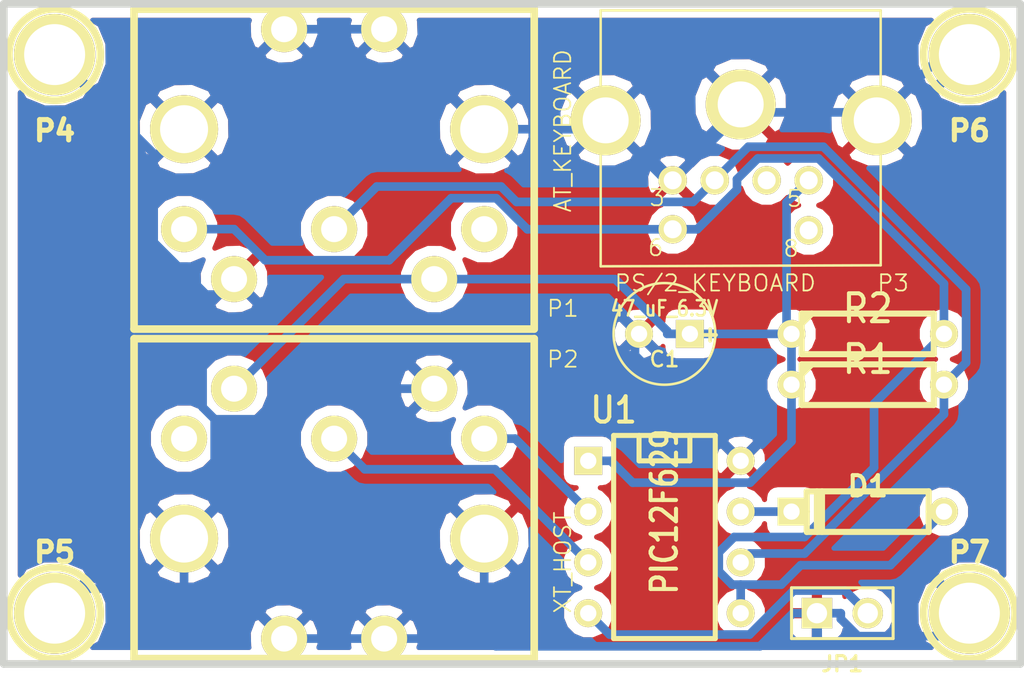
<source format=kicad_pcb>
(kicad_pcb (version 4) (host pcbnew 4.0.6)

  (general
    (links 37)
    (no_connects 0)
    (area 64.579499 35.369499 115.760501 69.4182)
    (thickness 1.6)
    (drawings 4)
    (tracks 122)
    (zones 0)
    (modules 13)
    (nets 9)
  )

  (page A)
  (title_block
    (date "16 aug 2009")
  )

  (layers
    (0 F.Cu signal)
    (31 Copper signal)
    (32 B.Adhes user)
    (33 F.Adhes user)
    (34 B.Paste user)
    (35 F.Paste user)
    (36 B.SilkS user)
    (37 F.SilkS user)
    (38 B.Mask user)
    (39 F.Mask user)
    (40 Dwgs.User user)
    (41 Cmts.User user)
    (42 Eco1.User user)
    (43 Eco2.User user)
    (44 Edge.Cuts user)
    (45 Margin user)
    (46 B.CrtYd user)
    (47 F.CrtYd user)
    (48 B.Fab user)
    (49 F.Fab user)
  )

  (setup
    (last_trace_width 0.4318)
    (trace_clearance 0.1524)
    (zone_clearance 0.508)
    (zone_45_only no)
    (trace_min 0.2)
    (segment_width 0.381)
    (edge_width 0.381)
    (via_size 1.143)
    (via_drill 0.635)
    (via_min_size 0.4)
    (via_min_drill 0.3)
    (uvia_size 0.508)
    (uvia_drill 0.2032)
    (uvias_allowed no)
    (uvia_min_size 0.2)
    (uvia_min_drill 0.1)
    (pcb_text_width 0.3048)
    (pcb_text_size 1.524 2.032)
    (mod_edge_width 0.381)
    (mod_text_size 1.524 1.524)
    (mod_text_width 0.3048)
    (pad_size 3.40106 3.40106)
    (pad_drill 2.4003)
    (pad_to_mask_clearance 0.2)
    (aux_axis_origin 0 0)
    (visible_elements FFFFFF7F)
    (pcbplotparams
      (layerselection 0x00030_80000001)
      (usegerberextensions false)
      (excludeedgelayer true)
      (linewidth 0.100000)
      (plotframeref false)
      (viasonmask false)
      (mode 1)
      (useauxorigin false)
      (hpglpennumber 1)
      (hpglpenspeed 20)
      (hpglpendiameter 15)
      (hpglpenoverlay 2)
      (psnegative false)
      (psa4output false)
      (plotreference true)
      (plotvalue true)
      (plotinvisibletext false)
      (padsonsilk false)
      (subtractmaskfromsilk false)
      (outputformat 1)
      (mirror false)
      (drillshape 1)
      (scaleselection 1)
      (outputdirectory ""))
  )

  (net 0 "")
  (net 1 /AT_DATA)
  (net 2 GND)
  (net 3 VCC)
  (net 4 /AT_CLOCK)
  (net 5 /XT_CLOCK)
  (net 6 /XT_DATA)
  (net 7 N-000012)
  (net 8 N-000011)

  (net_class Default "This is the default net class."
    (clearance 0.1524)
    (trace_width 0.4318)
    (via_dia 1.143)
    (via_drill 0.635)
    (uvia_dia 0.508)
    (uvia_drill 0.2032)
    (add_net /AT_CLOCK)
    (add_net /AT_DATA)
    (add_net /XT_CLOCK)
    (add_net /XT_DATA)
    (add_net GND)
    (add_net N-000011)
    (add_net N-000012)
    (add_net VCC)
  )

  (module mini_din-M_DIN6 (layer F.Cu) (tedit 4A874AF2) (tstamp 4A8375CE)
    (at 101.6 40.64)
    (path /4A8375CE)
    (attr virtual)
    (fp_text reference P3 (at 7.62 8.89) (layer F.SilkS)
      (effects (font (size 0.8128 0.8128) (thickness 0.0889)))
    )
    (fp_text value PS/2_KEYBOARD (at -1.27 8.89) (layer F.SilkS)
      (effects (font (size 0.8128 0.8128) (thickness 0.0889)))
    )
    (fp_line (start 6.9977 -4.7498) (end -6.9977 -4.7498) (layer F.SilkS) (width 0.127))
    (fp_line (start -6.9977 -4.7498) (end -6.9977 -0.24892) (layer F.SilkS) (width 0.127))
    (fp_line (start -6.9977 -0.24892) (end -6.9977 8.04926) (layer F.SilkS) (width 0.127))
    (fp_line (start -6.9977 8.04926) (end 6.9977 7.99846) (layer F.SilkS) (width 0.127))
    (fp_line (start 6.9977 7.99846) (end 6.9977 1.74752) (layer F.SilkS) (width 0.127))
    (fp_line (start 6.9977 1.74752) (end 6.9977 -0.24892) (layer F.SilkS) (width 0.127))
    (fp_line (start 6.9977 -0.24892) (end 6.9977 -4.7498) (layer F.SilkS) (width 0.127))
    (fp_line (start 6.9977 -0.24892) (end 6.69798 -0.24892) (layer F.SilkS) (width 0.127))
    (fp_line (start 6.69798 -0.24892) (end 6.69798 1.74752) (layer F.SilkS) (width 0.127))
    (fp_line (start 6.69798 1.74752) (end 6.9977 1.74752) (layer F.SilkS) (width 0.127))
    (fp_line (start -6.9977 -0.24892) (end -6.69798 -0.24892) (layer F.SilkS) (width 0.127))
    (fp_line (start -6.69798 -0.24892) (end -6.69798 1.74752) (layer F.SilkS) (width 0.127))
    (fp_line (start -6.69798 1.74752) (end -6.94944 1.74752) (layer F.SilkS) (width 0.127))
    (fp_text user 3 (at -4.17322 4.6228) (layer F.SilkS)
      (effects (font (size 0.8128 0.8128) (thickness 0.0889)))
    )
    (fp_text user 5 (at 2.68478 4.66344) (layer F.SilkS)
      (effects (font (size 0.8128 0.8128) (thickness 0.0889)))
    )
    (fp_text user 6 (at -4.24942 7.12216) (layer F.SilkS)
      (effects (font (size 0.8128 0.8128) (thickness 0.0889)))
    )
    (fp_text user 8 (at 2.51714 7.1628) (layer F.SilkS)
      (effects (font (size 0.8128 0.8128) (thickness 0.0889)))
    )
    (pad 1 thru_hole circle (at -1.29794 3.74904) (size 1.4224 1.4224) (drill 0.89916) (layers *.Cu *.Mask F.Paste F.SilkS)
      (net 1 /AT_DATA))
    (pad 2 thru_hole circle (at 1.29794 3.74904) (size 1.4224 1.4224) (drill 0.89916) (layers *.Cu *.Mask F.Paste F.SilkS))
    (pad 3 thru_hole circle (at -3.39852 3.74904) (size 1.4224 1.4224) (drill 0.89916) (layers *.Cu *.Mask F.Paste F.SilkS)
      (net 2 GND))
    (pad 5 thru_hole circle (at 3.39852 3.74904) (size 1.4224 1.4224) (drill 0.89916) (layers *.Cu *.Mask F.Paste F.SilkS)
      (net 3 VCC))
    (pad 6 thru_hole circle (at -3.39852 6.1976) (size 1.4224 1.4224) (drill 0.89916) (layers *.Cu *.Mask F.Paste F.SilkS)
      (net 4 /AT_CLOCK))
    (pad 8 thru_hole circle (at 3.39852 6.2484) (size 1.4224 1.4224) (drill 0.89916) (layers *.Cu *.Mask F.Paste F.SilkS))
    (pad SH1 thru_hole circle (at 6.79958 0.7493) (size 3.49758 3.49758) (drill 2.2987) (layers *.Cu *.Mask F.Paste F.SilkS)
      (net 2 GND))
    (pad SH2 thru_hole circle (at 0 -0.04826) (size 3.49758 3.49758) (drill 2.2987) (layers *.Cu *.Mask F.Paste F.SilkS)
      (net 2 GND))
    (pad SH3 thru_hole circle (at -6.74878 0.7493) (size 3.49758 3.49758) (drill 2.2987) (layers *.Cu *.Mask F.Paste F.SilkS)
      (net 2 GND))
  )

  (module 8dip300 (layer F.Cu) (tedit 4A837E80) (tstamp 4A82096E)
    (at 97.79 62.23 270)
    (descr "Module Dil 8 pins, pads ronds")
    (tags DIL)
    (path /4A82096E)
    (fp_text reference U1 (at -6.35 2.54 360) (layer F.SilkS)
      (effects (font (size 1.27 1.143) (thickness 0.2032)))
    )
    (fp_text value PIC12F629 (at -1.27 0 270) (layer F.SilkS)
      (effects (font (size 1.27 1.016) (thickness 0.2032)))
    )
    (fp_line (start -5.08 -1.27) (end -3.81 -1.27) (layer F.SilkS) (width 0.254))
    (fp_line (start -3.81 -1.27) (end -3.81 1.27) (layer F.SilkS) (width 0.254))
    (fp_line (start -3.81 1.27) (end -5.08 1.27) (layer F.SilkS) (width 0.254))
    (fp_line (start -5.08 -2.54) (end 5.08 -2.54) (layer F.SilkS) (width 0.254))
    (fp_line (start 5.08 -2.54) (end 5.08 2.54) (layer F.SilkS) (width 0.254))
    (fp_line (start 5.08 2.54) (end -5.08 2.54) (layer F.SilkS) (width 0.254))
    (fp_line (start -5.08 2.54) (end -5.08 -2.54) (layer F.SilkS) (width 0.254))
    (pad 1 thru_hole rect (at -3.81 3.81 270) (size 1.397 1.397) (drill 0.8128) (layers *.Cu *.Mask F.SilkS)
      (net 3 VCC))
    (pad 2 thru_hole circle (at -1.27 3.81 270) (size 1.397 1.397) (drill 0.8128) (layers *.Cu *.Mask F.SilkS)
      (net 5 /XT_CLOCK))
    (pad 3 thru_hole circle (at 1.27 3.81 270) (size 1.397 1.397) (drill 0.8128) (layers *.Cu *.Mask F.SilkS)
      (net 6 /XT_DATA))
    (pad 4 thru_hole circle (at 3.81 3.81 270) (size 1.397 1.397) (drill 0.8128) (layers *.Cu *.Mask F.SilkS)
      (net 7 N-000012))
    (pad 5 thru_hole circle (at 3.81 -3.81 270) (size 1.397 1.397) (drill 0.8128) (layers *.Cu *.Mask F.SilkS)
      (net 4 /AT_CLOCK))
    (pad 6 thru_hole circle (at 1.27 -3.81 270) (size 1.397 1.397) (drill 0.8128) (layers *.Cu *.Mask F.SilkS)
      (net 1 /AT_DATA))
    (pad 7 thru_hole circle (at -1.27 -3.81 270) (size 1.397 1.397) (drill 0.8128) (layers *.Cu *.Mask F.SilkS)
      (net 8 N-000011))
    (pad 8 thru_hole circle (at -3.81 -3.81 270) (size 1.397 1.397) (drill 0.8128) (layers *.Cu *.Mask F.SilkS)
      (net 2 GND))
    (model dil/dil_8.wrl
      (at (xyz 0 0 0))
      (scale (xyz 1 1 1))
      (rotate (xyz 0 0 0))
    )
  )

  (module C1V5 (layer F.Cu) (tedit 3E070CF4) (tstamp 4A820C3C)
    (at 97.79 52.07 180)
    (descr "Condensateur e = 1 pas")
    (tags C)
    (path /4A820C3C)
    (fp_text reference C1 (at 0 -1.26746 180) (layer F.SilkS)
      (effects (font (size 0.762 0.762) (thickness 0.127)))
    )
    (fp_text value 47_uF_6.3V (at 0 1.27 180) (layer F.SilkS)
      (effects (font (size 0.762 0.635) (thickness 0.127)))
    )
    (fp_text user + (at -2.286 0 180) (layer F.SilkS)
      (effects (font (size 0.762 0.762) (thickness 0.2032)))
    )
    (fp_circle (center 0 0) (end 0.127 -2.54) (layer F.SilkS) (width 0.127))
    (pad 1 thru_hole rect (at -1.27 0 180) (size 1.397 1.397) (drill 0.8128) (layers *.Cu *.Mask F.SilkS)
      (net 3 VCC))
    (pad 2 thru_hole circle (at 1.27 0 180) (size 1.397 1.397) (drill 0.8128) (layers *.Cu *.Mask F.SilkS)
      (net 2 GND))
    (model discret/c_vert_c1v5.wrl
      (at (xyz 0 0 0))
      (scale (xyz 1 1 1))
      (rotate (xyz 0 0 0))
    )
  )

  (module D3 (layer F.Cu) (tedit 4A875111) (tstamp 4A820B3C)
    (at 107.95 60.96 180)
    (descr "Diode 3 pas")
    (tags "DIODE DEV")
    (path /4A820B3C)
    (fp_text reference D1 (at 0 1.27 180) (layer F.SilkS)
      (effects (font (size 1.016 1.016) (thickness 0.2032)))
    )
    (fp_text value DIODE (at 0 0 180) (layer F.SilkS) hide
      (effects (font (size 1.016 1.016) (thickness 0.2032)))
    )
    (fp_line (start 3.81 0) (end 3.048 0) (layer F.SilkS) (width 0.3048))
    (fp_line (start 3.048 0) (end 3.048 -1.016) (layer F.SilkS) (width 0.3048))
    (fp_line (start 3.048 -1.016) (end -3.048 -1.016) (layer F.SilkS) (width 0.3048))
    (fp_line (start -3.048 -1.016) (end -3.048 0) (layer F.SilkS) (width 0.3048))
    (fp_line (start -3.048 0) (end -3.81 0) (layer F.SilkS) (width 0.3048))
    (fp_line (start -3.048 0) (end -3.048 1.016) (layer F.SilkS) (width 0.3048))
    (fp_line (start -3.048 1.016) (end 3.048 1.016) (layer F.SilkS) (width 0.3048))
    (fp_line (start 3.048 1.016) (end 3.048 0) (layer F.SilkS) (width 0.3048))
    (fp_line (start 2.54 -1.016) (end 2.54 1.016) (layer F.SilkS) (width 0.3048))
    (fp_line (start 2.286 1.016) (end 2.286 -1.016) (layer F.SilkS) (width 0.3048))
    (pad 2 thru_hole rect (at 3.81 0 180) (size 1.397 1.397) (drill 0.8128) (layers *.Cu *.Mask F.SilkS)
      (net 8 N-000011))
    (pad 1 thru_hole circle (at -3.81 0 180) (size 1.397 1.397) (drill 0.8128) (layers *.Cu *.Mask F.SilkS)
      (net 4 /AT_CLOCK))
    (model discret/diode.wrl
      (at (xyz 0 0 0))
      (scale (xyz 0.3 0.3 0.3))
      (rotate (xyz 0 0 0))
    )
  )

  (module PIN_ARRAY_2X1 (layer F.Cu) (tedit 4A8377A7) (tstamp 4A820AF3)
    (at 106.68 66.04)
    (descr "Connecteurs 2 pins")
    (tags "CONN DEV")
    (path /4A820AF3)
    (fp_text reference JP1 (at 0 2.54) (layer F.SilkS)
      (effects (font (size 0.762 0.762) (thickness 0.1524)))
    )
    (fp_text value JUMPER (at 0 -1.905) (layer F.SilkS) hide
      (effects (font (size 0.762 0.762) (thickness 0.1524)))
    )
    (fp_line (start -2.54 1.27) (end -2.54 -1.27) (layer F.SilkS) (width 0.1524))
    (fp_line (start -2.54 -1.27) (end 2.54 -1.27) (layer F.SilkS) (width 0.1524))
    (fp_line (start 2.54 -1.27) (end 2.54 1.27) (layer F.SilkS) (width 0.1524))
    (fp_line (start 2.54 1.27) (end -2.54 1.27) (layer F.SilkS) (width 0.1524))
    (pad 1 thru_hole rect (at -1.27 0) (size 1.524 1.524) (drill 1.016) (layers *.Cu *.Mask F.SilkS)
      (net 2 GND))
    (pad 2 thru_hole circle (at 1.27 0) (size 1.524 1.524) (drill 1.016) (layers *.Cu *.Mask F.SilkS)
      (net 7 N-000012))
    (model pin_array/pins_array_2x1.wrl
      (at (xyz 0 0 0))
      (scale (xyz 1 1 1))
      (rotate (xyz 0 0 0))
    )
  )

  (module R3 (layer F.Cu) (tedit 4A875106) (tstamp 4A820ACB)
    (at 107.95 52.07)
    (descr "Resitance 3 pas")
    (tags R)
    (path /4A820ACB)
    (autoplace_cost180 10)
    (fp_text reference R2 (at 0 -1.27) (layer F.SilkS)
      (effects (font (size 1.397 1.27) (thickness 0.2032)))
    )
    (fp_text value 4700 (at 0 0) (layer F.SilkS) hide
      (effects (font (size 1.397 1.27) (thickness 0.2032)))
    )
    (fp_line (start -3.81 0) (end -3.302 0) (layer F.SilkS) (width 0.3048))
    (fp_line (start 3.81 0) (end 3.302 0) (layer F.SilkS) (width 0.3048))
    (fp_line (start 3.302 0) (end 3.302 -1.016) (layer F.SilkS) (width 0.3048))
    (fp_line (start 3.302 -1.016) (end -3.302 -1.016) (layer F.SilkS) (width 0.3048))
    (fp_line (start -3.302 -1.016) (end -3.302 1.016) (layer F.SilkS) (width 0.3048))
    (fp_line (start -3.302 1.016) (end 3.302 1.016) (layer F.SilkS) (width 0.3048))
    (fp_line (start 3.302 1.016) (end 3.302 0) (layer F.SilkS) (width 0.3048))
    (fp_line (start -3.302 -0.508) (end -2.794 -1.016) (layer F.SilkS) (width 0.3048))
    (pad 1 thru_hole circle (at -3.81 0) (size 1.397 1.397) (drill 0.8128) (layers *.Cu *.Mask F.SilkS)
      (net 3 VCC))
    (pad 2 thru_hole circle (at 3.81 0) (size 1.397 1.397) (drill 0.8128) (layers *.Cu *.Mask F.SilkS)
      (net 4 /AT_CLOCK))
    (model discret/resistor.wrl
      (at (xyz 0 0 0))
      (scale (xyz 0.3 0.3 0.3))
      (rotate (xyz 0 0 0))
    )
  )

  (module R3 (layer F.Cu) (tedit 4A875101) (tstamp 4A820AD0)
    (at 107.95 54.61)
    (descr "Resitance 3 pas")
    (tags R)
    (path /4A820AD0)
    (autoplace_cost180 10)
    (fp_text reference R1 (at 0 -1.27) (layer F.SilkS)
      (effects (font (size 1.397 1.27) (thickness 0.2032)))
    )
    (fp_text value 4700 (at 0 0) (layer F.SilkS) hide
      (effects (font (size 1.397 1.27) (thickness 0.2032)))
    )
    (fp_line (start -3.81 0) (end -3.302 0) (layer F.SilkS) (width 0.3048))
    (fp_line (start 3.81 0) (end 3.302 0) (layer F.SilkS) (width 0.3048))
    (fp_line (start 3.302 0) (end 3.302 -1.016) (layer F.SilkS) (width 0.3048))
    (fp_line (start 3.302 -1.016) (end -3.302 -1.016) (layer F.SilkS) (width 0.3048))
    (fp_line (start -3.302 -1.016) (end -3.302 1.016) (layer F.SilkS) (width 0.3048))
    (fp_line (start -3.302 1.016) (end 3.302 1.016) (layer F.SilkS) (width 0.3048))
    (fp_line (start 3.302 1.016) (end 3.302 0) (layer F.SilkS) (width 0.3048))
    (fp_line (start -3.302 -0.508) (end -2.794 -1.016) (layer F.SilkS) (width 0.3048))
    (pad 1 thru_hole circle (at -3.81 0) (size 1.397 1.397) (drill 0.8128) (layers *.Cu *.Mask F.SilkS)
      (net 3 VCC))
    (pad 2 thru_hole circle (at 3.81 0) (size 1.397 1.397) (drill 0.8128) (layers *.Cu *.Mask F.SilkS)
      (net 1 /AT_DATA))
    (model discret/resistor.wrl
      (at (xyz 0 0 0))
      (scale (xyz 0.3 0.3 0.3))
      (rotate (xyz 0 0 0))
    )
  )

  (module DIN_5 (layer F.Cu) (tedit 4A874D00) (tstamp 4A8207E7)
    (at 81.28 36.83 180)
    (path /4A8207E7)
    (attr virtual)
    (fp_text reference P1 (at -11.43 -13.97 180) (layer F.SilkS)
      (effects (font (size 0.8128 0.8128) (thickness 0.0889)))
    )
    (fp_text value AT_KEYBOARD (at -11.43 -5.08 270) (layer F.SilkS)
      (effects (font (size 0.8128 0.8128) (thickness 0.0889)))
    )
    (fp_line (start -9.99998 -14.9987) (end -9.99998 1.0033) (layer F.SilkS) (width 0.381))
    (fp_line (start -9.99998 1.0033) (end 9.99998 1.0033) (layer F.SilkS) (width 0.381))
    (fp_line (start 9.99998 1.0033) (end 9.99998 -14.9987) (layer F.SilkS) (width 0.381))
    (fp_line (start -9.99744 -14.9987) (end 10.00252 -14.9987) (layer F.SilkS) (width 0.381))
    (pad 5 thru_hole circle (at -5.00126 -12.49934 180) (size 2.30124 2.30124) (drill 1.30048) (layers *.Cu *.Mask F.Paste F.SilkS)
      (net 3 VCC))
    (pad 2 thru_hole circle (at 0 -9.99998 180) (size 2.30124 2.30124) (drill 1.30048) (layers *.Cu *.Mask F.Paste F.SilkS)
      (net 1 /AT_DATA))
    (pad 3 thru_hole circle (at -7.50062 -9.99998 180) (size 2.30124 2.30124) (drill 1.30048) (layers *.Cu *.Mask F.Paste F.SilkS))
    (pad 1 thru_hole circle (at 7.50062 -9.99998 180) (size 2.30124 2.30124) (drill 1.30048) (layers *.Cu *.Mask F.Paste F.SilkS)
      (net 4 /AT_CLOCK))
    (pad 4 thru_hole circle (at 5.00126 -12.49934 180) (size 2.30124 2.30124) (drill 1.30048) (layers *.Cu *.Mask F.Paste F.SilkS)
      (net 2 GND))
    (pad "" thru_hole circle (at -2.49936 0 180) (size 2.30124 2.30124) (drill 1.30048) (layers *.Cu *.Mask F.Paste F.SilkS)
      (net 2 GND))
    (pad "" thru_hole circle (at 2.49936 0 180) (size 2.30124 2.30124) (drill 1.30048) (layers *.Cu *.Mask F.Paste F.SilkS)
      (net 2 GND))
    (pad "" thru_hole circle (at 7.50062 -5.00126 180) (size 3.40106 3.40106) (drill 2.4003) (layers *.Cu *.Mask F.Paste F.SilkS)
      (net 2 GND))
    (pad "" thru_hole circle (at -7.50062 -5.00126 180) (size 3.40106 3.40106) (drill 2.4003) (layers *.Cu *.Mask F.Paste F.SilkS)
      (net 2 GND))
  )

  (module DIN_5 (layer F.Cu) (tedit 4A874B97) (tstamp 4A8207ED)
    (at 81.28 67.31)
    (path /4A8207ED)
    (attr virtual)
    (fp_text reference P2 (at 11.43 -13.97) (layer F.SilkS)
      (effects (font (size 0.8128 0.8128) (thickness 0.0889)))
    )
    (fp_text value XT_HOST (at 11.43 -3.81 90) (layer F.SilkS)
      (effects (font (size 0.8128 0.8128) (thickness 0.0889)))
    )
    (fp_line (start -9.99998 -14.9987) (end -9.99998 1.0033) (layer F.SilkS) (width 0.381))
    (fp_line (start -9.99998 1.0033) (end 9.99998 1.0033) (layer F.SilkS) (width 0.381))
    (fp_line (start 9.99998 1.0033) (end 9.99998 -14.9987) (layer F.SilkS) (width 0.381))
    (fp_line (start -9.99744 -14.9987) (end 10.00252 -14.9987) (layer F.SilkS) (width 0.381))
    (pad 5 thru_hole circle (at -5.00126 -12.49934) (size 2.30124 2.30124) (drill 1.30048) (layers *.Cu *.Mask F.Paste F.SilkS)
      (net 3 VCC))
    (pad 2 thru_hole circle (at 0 -9.99998) (size 2.30124 2.30124) (drill 1.30048) (layers *.Cu *.Mask F.Paste F.SilkS)
      (net 6 /XT_DATA))
    (pad 3 thru_hole circle (at -7.50062 -9.99998) (size 2.30124 2.30124) (drill 1.30048) (layers *.Cu *.Mask F.Paste F.SilkS))
    (pad 1 thru_hole circle (at 7.50062 -9.99998) (size 2.30124 2.30124) (drill 1.30048) (layers *.Cu *.Mask F.Paste F.SilkS)
      (net 5 /XT_CLOCK))
    (pad 4 thru_hole circle (at 5.00126 -12.49934) (size 2.30124 2.30124) (drill 1.30048) (layers *.Cu *.Mask F.Paste F.SilkS)
      (net 2 GND))
    (pad "" thru_hole circle (at -2.49936 0) (size 2.30124 2.30124) (drill 1.30048) (layers *.Cu *.Mask F.Paste F.SilkS)
      (net 2 GND))
    (pad "" thru_hole circle (at 2.49936 0) (size 2.30124 2.30124) (drill 1.30048) (layers *.Cu *.Mask F.Paste F.SilkS)
      (net 2 GND))
    (pad "" thru_hole circle (at 7.50062 -5.00126) (size 3.40106 3.40106) (drill 2.4003) (layers *.Cu *.Mask F.Paste F.SilkS)
      (net 2 GND))
    (pad "" thru_hole circle (at -7.50062 -5.00126) (size 3.40106 3.40106) (drill 2.4003) (layers *.Cu *.Mask F.Paste F.SilkS)
      (net 2 GND))
  )

  (module 1pin (layer F.Cu) (tedit 4A8749A6) (tstamp 4A87485D)
    (at 113.03 38.1)
    (descr "module 1 pin (ou trou mecanique de percage)")
    (tags DEV)
    (path /4A87485D)
    (fp_text reference P6 (at 0 3.81) (layer F.SilkS)
      (effects (font (size 1.016 1.016) (thickness 0.3048)))
    )
    (fp_text value CONN_1 (at 0 8.89 90) (layer F.SilkS) hide
      (effects (font (size 1.016 1.016) (thickness 0.3048)))
    )
    (fp_circle (center 0 0) (end 0 -2.286) (layer F.SilkS) (width 0.381))
    (pad 1 thru_hole circle (at 0 0) (size 4.064 4.064) (drill 3.048) (layers *.Cu *.Mask F.SilkS)
      (net 2 GND))
  )

  (module 1pin (layer F.Cu) (tedit 4A87509F) (tstamp 4A87485A)
    (at 67.31 66.04)
    (descr "module 1 pin (ou trou mecanique de percage)")
    (tags DEV)
    (path /4A87485A)
    (fp_text reference P5 (at 0 -3.048) (layer F.SilkS)
      (effects (font (size 1.016 1.016) (thickness 0.3048)))
    )
    (fp_text value CONN_1 (at 0 -8.89 90) (layer F.SilkS) hide
      (effects (font (size 1.016 1.016) (thickness 0.3048)))
    )
    (fp_circle (center 0 0) (end 0 -2.286) (layer F.SilkS) (width 0.381))
    (pad 1 thru_hole circle (at 0 0) (size 4.064 4.064) (drill 3.048) (layers *.Cu *.Mask F.SilkS)
      (net 2 GND))
  )

  (module 1pin (layer F.Cu) (tedit 4A8749B2) (tstamp 4A874856)
    (at 67.31 38.1)
    (descr "module 1 pin (ou trou mecanique de percage)")
    (tags DEV)
    (path /4A874856)
    (fp_text reference P4 (at 0 3.81) (layer F.SilkS)
      (effects (font (size 1.016 1.016) (thickness 0.3048)))
    )
    (fp_text value CONN_1 (at 0 8.89 90) (layer F.SilkS) hide
      (effects (font (size 1.016 1.016) (thickness 0.3048)))
    )
    (fp_circle (center 0 0) (end 0 -2.286) (layer F.SilkS) (width 0.381))
    (pad 1 thru_hole circle (at 0 0) (size 4.064 4.064) (drill 3.048) (layers *.Cu *.Mask F.SilkS)
      (net 2 GND))
  )

  (module 1pin (layer F.Cu) (tedit 4A8749C5) (tstamp 4A874860)
    (at 113.03 66.04)
    (descr "module 1 pin (ou trou mecanique de percage)")
    (tags DEV)
    (path /4A874860)
    (fp_text reference P7 (at 0 -3.048) (layer F.SilkS)
      (effects (font (size 1.016 1.016) (thickness 0.3048)))
    )
    (fp_text value CONN_1 (at 0 -8.89 90) (layer F.SilkS) hide
      (effects (font (size 1.016 1.016) (thickness 0.3048)))
    )
    (fp_circle (center 0 0) (end 0 -2.286) (layer F.SilkS) (width 0.381))
    (pad 1 thru_hole circle (at 0 0) (size 4.064 4.064) (drill 3.048) (layers *.Cu *.Mask F.SilkS)
      (net 2 GND))
  )

  (gr_line (start 115.57 68.58) (end 115.57 35.56) (angle 90) (layer Edge.Cuts) (width 0.381))
  (gr_line (start 64.77 68.58) (end 115.57 68.58) (angle 90) (layer Edge.Cuts) (width 0.381))
  (gr_line (start 64.77 35.56) (end 64.77 68.58) (angle 90) (layer Edge.Cuts) (width 0.381))
  (gr_line (start 64.77 35.56) (end 115.57 35.56) (angle 90) (layer Edge.Cuts) (width 0.381))

  (segment (start 112.8658 53.5042) (end 111.76 54.61) (width 0.4318) (layer Copper) (net 1))
  (segment (start 112.8658 49.8425) (end 112.8658 53.5042) (width 0.4318) (layer Copper) (net 1))
  (segment (start 105.7324 42.7091) (end 112.8658 49.8425) (width 0.4318) (layer Copper) (net 1))
  (segment (start 101.982 42.7091) (end 105.7324 42.7091) (width 0.4318) (layer Copper) (net 1))
  (segment (start 100.3021 44.389) (end 101.982 42.7091) (width 0.4318) (layer Copper) (net 1))
  (segment (start 111.76 56.0881) (end 111.76 54.61) (width 0.4318) (layer Copper) (net 1))
  (segment (start 104.7923 63.0558) (end 111.76 56.0881) (width 0.4318) (layer Copper) (net 1))
  (segment (start 102.0442 63.0558) (end 104.7923 63.0558) (width 0.4318) (layer Copper) (net 1))
  (segment (start 101.6 63.5) (end 102.0442 63.0558) (width 0.4318) (layer Copper) (net 1))
  (segment (start 83.4113 44.6987) (end 81.28 46.83) (width 0.4318) (layer Copper) (net 1))
  (segment (start 89.6245 44.6987) (end 83.4113 44.6987) (width 0.4318) (layer Copper) (net 1))
  (segment (start 90.3947 45.4689) (end 89.6245 44.6987) (width 0.4318) (layer Copper) (net 1))
  (segment (start 99.2222 45.4689) (end 90.3947 45.4689) (width 0.4318) (layer Copper) (net 1))
  (segment (start 100.3021 44.389) (end 99.2222 45.4689) (width 0.4318) (layer Copper) (net 1))
  (segment (start 106.6038 66.3271) (end 106.6038 66.04) (width 0.4318) (layer Copper) (net 2))
  (segment (start 107.4647 67.188) (end 106.6038 66.3271) (width 0.4318) (layer Copper) (net 2))
  (segment (start 111.882 67.188) (end 107.4647 67.188) (width 0.4318) (layer Copper) (net 2))
  (segment (start 113.03 66.04) (end 111.882 67.188) (width 0.4318) (layer Copper) (net 2))
  (segment (start 105.41 66.04) (end 106.6038 66.04) (width 0.4318) (layer Copper) (net 2))
  (segment (start 88.7806 67.1089) (end 88.7806 62.3087) (width 0.4318) (layer Copper) (net 2))
  (segment (start 88.5795 67.31) (end 88.7806 67.1089) (width 0.4318) (layer Copper) (net 2))
  (segment (start 83.7794 67.31) (end 88.5795 67.31) (width 0.4318) (layer Copper) (net 2))
  (segment (start 102.5593 67.6969) (end 104.2162 66.04) (width 0.4318) (layer Copper) (net 2))
  (segment (start 89.3686 67.6969) (end 102.5593 67.6969) (width 0.4318) (layer Copper) (net 2))
  (segment (start 88.7806 67.1089) (end 89.3686 67.6969) (width 0.4318) (layer Copper) (net 2))
  (segment (start 105.41 66.04) (end 104.2162 66.04) (width 0.4318) (layer Copper) (net 2))
  (segment (start 111.6889 38.1) (end 108.3996 41.3893) (width 0.4318) (layer Copper) (net 2))
  (segment (start 113.03 38.1) (end 111.6889 38.1) (width 0.4318) (layer Copper) (net 2))
  (segment (start 83.7794 67.31) (end 78.7806 67.31) (width 0.4318) (layer Copper) (net 2))
  (segment (start 76.2799 64.8093) (end 73.7794 64.8093) (width 0.4318) (layer Copper) (net 2))
  (segment (start 78.7806 67.31) (end 76.2799 64.8093) (width 0.4318) (layer Copper) (net 2))
  (segment (start 68.5407 64.8093) (end 67.31 66.04) (width 0.4318) (layer Copper) (net 2))
  (segment (start 73.7794 64.8093) (end 68.5407 64.8093) (width 0.4318) (layer Copper) (net 2))
  (segment (start 78.7806 36.8301) (end 78.7806 36.83) (width 0.4318) (layer Copper) (net 2))
  (segment (start 73.7794 41.8313) (end 78.7806 36.8301) (width 0.4318) (layer Copper) (net 2))
  (segment (start 94.4092 41.8313) (end 94.8512 41.3893) (width 0.4318) (layer Copper) (net 2))
  (segment (start 88.7806 41.8313) (end 94.4092 41.8313) (width 0.4318) (layer Copper) (net 2))
  (segment (start 97.8509 44.389) (end 98.2015 44.389) (width 0.4318) (layer Copper) (net 2))
  (segment (start 94.8512 41.3893) (end 97.8509 44.389) (width 0.4318) (layer Copper) (net 2))
  (segment (start 101.6 40.9905) (end 98.2015 44.389) (width 0.4318) (layer Copper) (net 2))
  (segment (start 101.6 40.5917) (end 101.6 40.9905) (width 0.4318) (layer Copper) (net 2))
  (segment (start 108.0008 40.9905) (end 108.3996 41.3893) (width 0.4318) (layer Copper) (net 2))
  (segment (start 101.6 40.9905) (end 108.0008 40.9905) (width 0.4318) (layer Copper) (net 2))
  (segment (start 96.3172 52.2728) (end 96.52 52.07) (width 0.4318) (layer Copper) (net 2))
  (segment (start 96.3172 53.1372) (end 96.3172 52.2728) (width 0.4318) (layer Copper) (net 2))
  (segment (start 87.9548 53.1372) (end 96.3172 53.1372) (width 0.4318) (layer Copper) (net 2))
  (segment (start 86.2813 54.8107) (end 87.9548 53.1372) (width 0.4318) (layer Copper) (net 2))
  (segment (start 96.3172 53.1372) (end 101.6 58.42) (width 0.4318) (layer Copper) (net 2))
  (segment (start 78.7806 36.83) (end 83.7794 36.83) (width 0.4318) (layer Copper) (net 2))
  (segment (start 83.7794 36.8301) (end 88.7806 41.8313) (width 0.4318) (layer Copper) (net 2))
  (segment (start 83.7794 36.83) (end 83.7794 36.8301) (width 0.4318) (layer Copper) (net 2))
  (segment (start 67.31 38.1) (end 72.4104 43.2003) (width 0.4318) (layer Copper) (net 2))
  (segment (start 72.4104 43.2003) (end 73.7794 41.8313) (width 0.4318) (layer Copper) (net 2))
  (segment (start 73.7794 64.8093) (end 73.7794 62.3087) (width 0.4318) (layer Copper) (net 2))
  (segment (start 75.5047 50.1033) (end 74.8791 50.1033) (width 0.4318) (layer Copper) (net 2))
  (segment (start 76.2787 49.3293) (end 75.5047 50.1033) (width 0.4318) (layer Copper) (net 2))
  (segment (start 72.2601 43.3506) (end 72.4104 43.2003) (width 0.4318) (layer Copper) (net 2))
  (segment (start 72.2601 47.4843) (end 72.2601 43.3506) (width 0.4318) (layer Copper) (net 2))
  (segment (start 74.8791 50.1033) (end 72.2601 47.4843) (width 0.4318) (layer Copper) (net 2))
  (segment (start 79.6456 54.8107) (end 86.2813 54.8107) (width 0.4318) (layer Copper) (net 2))
  (segment (start 78.1151 56.3412) (end 79.6456 54.8107) (width 0.4318) (layer Copper) (net 2))
  (segment (start 75.3099 56.3412) (end 78.1151 56.3412) (width 0.4318) (layer Copper) (net 2))
  (segment (start 75.3099 60.7782) (end 75.3099 56.3412) (width 0.4318) (layer Copper) (net 2))
  (segment (start 73.7794 62.3087) (end 75.3099 60.7782) (width 0.4318) (layer Copper) (net 2))
  (segment (start 74.7058 50.2766) (end 74.8791 50.1033) (width 0.4318) (layer Copper) (net 2))
  (segment (start 74.7058 55.7371) (end 74.7058 50.2766) (width 0.4318) (layer Copper) (net 2))
  (segment (start 75.3099 56.3412) (end 74.7058 55.7371) (width 0.4318) (layer Copper) (net 2))
  (segment (start 99.06 52.07) (end 100.1903 52.07) (width 0.4318) (layer Copper) (net 3))
  (segment (start 93.98 58.42) (end 95.1103 58.42) (width 0.4318) (layer Copper) (net 3))
  (segment (start 104.14 52.07) (end 104.14 54.61) (width 0.4318) (layer Copper) (net 3))
  (segment (start 104.14 57.4444) (end 104.14 54.61) (width 0.4318) (layer Copper) (net 3))
  (segment (start 102.0724 59.512) (end 104.14 57.4444) (width 0.4318) (layer Copper) (net 3))
  (segment (start 96.2023 59.512) (end 102.0724 59.512) (width 0.4318) (layer Copper) (net 3))
  (segment (start 95.1103 58.42) (end 96.2023 59.512) (width 0.4318) (layer Copper) (net 3))
  (segment (start 103.8931 45.4944) (end 104.9985 44.389) (width 0.4318) (layer Copper) (net 3))
  (segment (start 103.8931 52.07) (end 103.8931 45.4944) (width 0.4318) (layer Copper) (net 3))
  (segment (start 104.14 52.07) (end 103.8931 52.07) (width 0.4318) (layer Copper) (net 3))
  (segment (start 103.8931 52.07) (end 100.1903 52.07) (width 0.4318) (layer Copper) (net 3))
  (segment (start 81.7601 49.3293) (end 86.2813 49.3293) (width 0.4318) (layer Copper) (net 3))
  (segment (start 76.2787 54.8107) (end 81.7601 49.3293) (width 0.4318) (layer Copper) (net 3))
  (segment (start 97.9297 51.9287) (end 97.9297 52.07) (width 0.4318) (layer Copper) (net 3))
  (segment (start 95.3303 49.3293) (end 97.9297 51.9287) (width 0.4318) (layer Copper) (net 3))
  (segment (start 86.2813 49.3293) (end 95.3303 49.3293) (width 0.4318) (layer Copper) (net 3))
  (segment (start 99.06 52.07) (end 97.9297 52.07) (width 0.4318) (layer Copper) (net 3))
  (segment (start 111.76 49.5634) (end 111.76 52.07) (width 0.4318) (layer Copper) (net 4))
  (segment (start 105.4902 43.2936) (end 111.76 49.5634) (width 0.4318) (layer Copper) (net 4))
  (segment (start 102.4556 43.2936) (end 105.4902 43.2936) (width 0.4318) (layer Copper) (net 4))
  (segment (start 101.4156 44.3336) (end 102.4556 43.2936) (width 0.4318) (layer Copper) (net 4))
  (segment (start 101.4156 44.8505) (end 101.4156 44.3336) (width 0.4318) (layer Copper) (net 4))
  (segment (start 99.4285 46.8376) (end 101.4156 44.8505) (width 0.4318) (layer Copper) (net 4))
  (segment (start 98.2015 46.8376) (end 99.4285 46.8376) (width 0.4318) (layer Copper) (net 4))
  (segment (start 101.1732 64.612) (end 101.6 64.612) (width 0.4318) (layer Copper) (net 4))
  (segment (start 100.5062 63.945) (end 101.1732 64.612) (width 0.4318) (layer Copper) (net 4))
  (segment (start 100.5062 62.9973) (end 100.5062 63.945) (width 0.4318) (layer Copper) (net 4))
  (segment (start 101.2735 62.23) (end 100.5062 62.9973) (width 0.4318) (layer Copper) (net 4))
  (segment (start 104.7915 62.23) (end 101.2735 62.23) (width 0.4318) (layer Copper) (net 4))
  (segment (start 108.2668 58.7547) (end 104.7915 62.23) (width 0.4318) (layer Copper) (net 4))
  (segment (start 108.2668 55.5632) (end 108.2668 58.7547) (width 0.4318) (layer Copper) (net 4))
  (segment (start 111.76 52.07) (end 108.2668 55.5632) (width 0.4318) (layer Copper) (net 4))
  (segment (start 101.6 66.04) (end 101.6 64.612) (width 0.4318) (layer Copper) (net 4))
  (segment (start 109.0797 63.6403) (end 111.76 60.96) (width 0.4318) (layer Copper) (net 4))
  (segment (start 104.5988 63.6403) (end 109.0797 63.6403) (width 0.4318) (layer Copper) (net 4))
  (segment (start 103.6271 64.612) (end 104.5988 63.6403) (width 0.4318) (layer Copper) (net 4))
  (segment (start 101.6 64.612) (end 103.6271 64.612) (width 0.4318) (layer Copper) (net 4))
  (segment (start 90.9368 46.8376) (end 98.2015 46.8376) (width 0.4318) (layer Copper) (net 4))
  (segment (start 89.3824 45.2832) (end 90.9368 46.8376) (width 0.4318) (layer Copper) (net 4))
  (segment (start 87.1321 45.2832) (end 89.3824 45.2832) (width 0.4318) (layer Copper) (net 4))
  (segment (start 84.0296 48.3857) (end 87.1321 45.2832) (width 0.4318) (layer Copper) (net 4))
  (segment (start 77.8344 48.3857) (end 84.0296 48.3857) (width 0.4318) (layer Copper) (net 4))
  (segment (start 76.2787 46.83) (end 77.8344 48.3857) (width 0.4318) (layer Copper) (net 4))
  (segment (start 73.7794 46.83) (end 76.2787 46.83) (width 0.4318) (layer Copper) (net 4))
  (segment (start 90.33 57.31) (end 93.98 60.96) (width 0.4318) (layer Copper) (net 5))
  (segment (start 88.7806 57.31) (end 90.33 57.31) (width 0.4318) (layer Copper) (net 5))
  (segment (start 82.8124 58.8424) (end 81.28 57.31) (width 0.4318) (layer Copper) (net 6))
  (segment (start 89.3224 58.8424) (end 82.8124 58.8424) (width 0.4318) (layer Copper) (net 6))
  (segment (start 93.98 63.5) (end 89.3224 58.8424) (width 0.4318) (layer Copper) (net 6))
  (segment (start 106.8193 64.9093) (end 107.95 66.04) (width 0.4318) (layer Copper) (net 7))
  (segment (start 104.2435 64.9093) (end 106.8193 64.9093) (width 0.4318) (layer Copper) (net 7))
  (segment (start 102.0437 67.1091) (end 104.2435 64.9093) (width 0.4318) (layer Copper) (net 7))
  (segment (start 95.0491 67.1091) (end 102.0437 67.1091) (width 0.4318) (layer Copper) (net 7))
  (segment (start 93.98 66.04) (end 95.0491 67.1091) (width 0.4318) (layer Copper) (net 7))
  (segment (start 104.14 60.96) (end 101.6 60.96) (width 0.4318) (layer Copper) (net 8))

  (zone (net 2) (net_name GND) (layer F.Cu) (tstamp 594A7C54) (hatch edge 0.508)
    (connect_pads (clearance 0.508))
    (min_thickness 0.254)
    (fill yes (arc_segments 16) (thermal_gap 0.508) (thermal_bridge_width 0.508))
    (polygon
      (pts
        (xy 115.57 68.58) (xy 64.77 68.58) (xy 64.77 35.56) (xy 115.57 35.56)
      )
    )
    (filled_polygon
      (pts
        (xy 76.985006 36.529515) (xy 77.0067 37.239548) (xy 77.236681 37.794771) (xy 77.519167 37.911868) (xy 78.601035 36.83)
        (xy 78.586893 36.815858) (xy 78.766498 36.636253) (xy 78.78064 36.650395) (xy 78.794783 36.636253) (xy 78.974388 36.815858)
        (xy 78.960245 36.83) (xy 80.042113 37.911868) (xy 80.324599 37.794771) (xy 80.576274 37.130485) (xy 80.55458 36.420452)
        (xy 80.540102 36.3855) (xy 82.038288 36.3855) (xy 81.983726 36.529515) (xy 82.00542 37.239548) (xy 82.235401 37.794771)
        (xy 82.517887 37.911868) (xy 83.599755 36.83) (xy 83.585613 36.815858) (xy 83.765218 36.636253) (xy 83.77936 36.650395)
        (xy 83.793503 36.636253) (xy 83.973108 36.815858) (xy 83.958965 36.83) (xy 85.040833 37.911868) (xy 85.323319 37.794771)
        (xy 85.574994 37.130485) (xy 85.5533 36.420452) (xy 85.538822 36.3855) (xy 111.125193 36.3855) (xy 110.757832 36.606154)
        (xy 110.35912 37.589388) (xy 110.367025 38.650357) (xy 110.757832 39.593846) (xy 111.131879 39.818516) (xy 112.850395 38.1)
        (xy 112.836253 38.085858) (xy 113.015858 37.906253) (xy 113.03 37.920395) (xy 113.044143 37.906253) (xy 113.223748 38.085858)
        (xy 113.209605 38.1) (xy 113.223748 38.114143) (xy 113.044143 38.293748) (xy 113.03 38.279605) (xy 111.311484 39.998121)
        (xy 111.536154 40.372168) (xy 112.519388 40.77088) (xy 113.580357 40.762975) (xy 114.523846 40.372168) (xy 114.7445 40.004807)
        (xy 114.7445 64.135193) (xy 114.523846 63.767832) (xy 113.540612 63.36912) (xy 112.479643 63.377025) (xy 111.536154 63.767832)
        (xy 111.311484 64.141879) (xy 113.03 65.860395) (xy 113.044143 65.846253) (xy 113.223748 66.025858) (xy 113.209605 66.04)
        (xy 113.223748 66.054143) (xy 113.044143 66.233748) (xy 113.03 66.219605) (xy 113.015858 66.233748) (xy 112.836253 66.054143)
        (xy 112.850395 66.04) (xy 111.131879 64.321484) (xy 110.757832 64.546154) (xy 110.35912 65.529388) (xy 110.367025 66.590357)
        (xy 110.757832 67.533846) (xy 111.125193 67.7545) (xy 85.520432 67.7545) (xy 85.574994 67.610485) (xy 85.5533 66.900452)
        (xy 85.323319 66.345229) (xy 85.040833 66.228132) (xy 83.958965 67.31) (xy 83.973108 67.324143) (xy 83.793503 67.503748)
        (xy 83.77936 67.489605) (xy 83.765218 67.503748) (xy 83.585613 67.324143) (xy 83.599755 67.31) (xy 82.517887 66.228132)
        (xy 82.235401 66.345229) (xy 81.983726 67.009515) (xy 82.00542 67.719548) (xy 82.019898 67.7545) (xy 80.521712 67.7545)
        (xy 80.576274 67.610485) (xy 80.55458 66.900452) (xy 80.324599 66.345229) (xy 80.042113 66.228132) (xy 78.960245 67.31)
        (xy 78.974388 67.324143) (xy 78.794783 67.503748) (xy 78.78064 67.489605) (xy 78.766498 67.503748) (xy 78.586893 67.324143)
        (xy 78.601035 67.31) (xy 77.519167 66.228132) (xy 77.236681 66.345229) (xy 76.985006 67.009515) (xy 77.0067 67.719548)
        (xy 77.021178 67.7545) (xy 69.214807 67.7545) (xy 69.582168 67.533846) (xy 69.98088 66.550612) (xy 69.97714 66.048527)
        (xy 77.698772 66.048527) (xy 78.78064 67.130395) (xy 79.862508 66.048527) (xy 82.697492 66.048527) (xy 83.77936 67.130395)
        (xy 84.861228 66.048527) (xy 84.744131 65.766041) (xy 84.079845 65.514366) (xy 83.369812 65.53606) (xy 82.814589 65.766041)
        (xy 82.697492 66.048527) (xy 79.862508 66.048527) (xy 79.745411 65.766041) (xy 79.081125 65.514366) (xy 78.371092 65.53606)
        (xy 77.815869 65.766041) (xy 77.698772 66.048527) (xy 69.97714 66.048527) (xy 69.972975 65.489643) (xy 69.582168 64.546154)
        (xy 69.208121 64.321484) (xy 67.489605 66.04) (xy 67.503748 66.054143) (xy 67.324143 66.233748) (xy 67.31 66.219605)
        (xy 67.295858 66.233748) (xy 67.116253 66.054143) (xy 67.130395 66.04) (xy 67.116253 66.025858) (xy 67.295858 65.846253)
        (xy 67.31 65.860395) (xy 69.028516 64.141879) (xy 68.923803 63.967545) (xy 72.30018 63.967545) (xy 72.484432 64.307148)
        (xy 73.347762 64.650583) (xy 74.276802 64.637494) (xy 75.074328 64.307148) (xy 75.25858 63.967545) (xy 87.30142 63.967545)
        (xy 87.485672 64.307148) (xy 88.349002 64.650583) (xy 89.278042 64.637494) (xy 90.075568 64.307148) (xy 90.25982 63.967545)
        (xy 88.78062 62.488345) (xy 87.30142 63.967545) (xy 75.25858 63.967545) (xy 73.77938 62.488345) (xy 72.30018 63.967545)
        (xy 68.923803 63.967545) (xy 68.803846 63.767832) (xy 67.820612 63.36912) (xy 66.759643 63.377025) (xy 65.816154 63.767832)
        (xy 65.5955 64.135193) (xy 65.5955 61.877122) (xy 71.437537 61.877122) (xy 71.450626 62.806162) (xy 71.780972 63.603688)
        (xy 72.120575 63.78794) (xy 73.599775 62.30874) (xy 73.958985 62.30874) (xy 75.438185 63.78794) (xy 75.777788 63.603688)
        (xy 76.121223 62.740358) (xy 76.109062 61.877122) (xy 86.438777 61.877122) (xy 86.451866 62.806162) (xy 86.782212 63.603688)
        (xy 87.121815 63.78794) (xy 88.601015 62.30874) (xy 88.960225 62.30874) (xy 90.439425 63.78794) (xy 90.779028 63.603688)
        (xy 91.122463 62.740358) (xy 91.109374 61.811318) (xy 90.779028 61.013792) (xy 90.439425 60.82954) (xy 88.960225 62.30874)
        (xy 88.601015 62.30874) (xy 87.121815 60.82954) (xy 86.782212 61.013792) (xy 86.438777 61.877122) (xy 76.109062 61.877122)
        (xy 76.108134 61.811318) (xy 75.777788 61.013792) (xy 75.438185 60.82954) (xy 73.958985 62.30874) (xy 73.599775 62.30874)
        (xy 72.120575 60.82954) (xy 71.780972 61.013792) (xy 71.437537 61.877122) (xy 65.5955 61.877122) (xy 65.5955 60.649935)
        (xy 72.30018 60.649935) (xy 73.77938 62.129135) (xy 75.25858 60.649935) (xy 87.30142 60.649935) (xy 88.78062 62.129135)
        (xy 90.25982 60.649935) (xy 90.075568 60.310332) (xy 89.212238 59.966897) (xy 88.283198 59.979986) (xy 87.485672 60.310332)
        (xy 87.30142 60.649935) (xy 75.25858 60.649935) (xy 75.074328 60.310332) (xy 74.210998 59.966897) (xy 73.281958 59.979986)
        (xy 72.484432 60.310332) (xy 72.30018 60.649935) (xy 65.5955 60.649935) (xy 65.5955 57.663643) (xy 71.993451 57.663643)
        (xy 72.264723 58.320171) (xy 72.766587 58.822912) (xy 73.42264 59.095329) (xy 74.133003 59.095949) (xy 74.789531 58.824677)
        (xy 75.292272 58.322813) (xy 75.564689 57.66676) (xy 75.564691 57.663643) (xy 79.494071 57.663643) (xy 79.765343 58.320171)
        (xy 80.267207 58.822912) (xy 80.92326 59.095329) (xy 81.633623 59.095949) (xy 82.290151 58.824677) (xy 82.792892 58.322813)
        (xy 83.065309 57.66676) (xy 83.065929 56.956397) (xy 82.794657 56.299869) (xy 82.567319 56.072133) (xy 85.199392 56.072133)
        (xy 85.316489 56.354619) (xy 85.980775 56.606294) (xy 86.690808 56.5846) (xy 87.243453 56.355687) (xy 86.995311 56.95328)
        (xy 86.994691 57.663643) (xy 87.265963 58.320171) (xy 87.767827 58.822912) (xy 88.42388 59.095329) (xy 89.134243 59.095949)
        (xy 89.790771 58.824677) (xy 90.293512 58.322813) (xy 90.543198 57.7215) (xy 92.63406 57.7215) (xy 92.63406 59.1185)
        (xy 92.678338 59.353817) (xy 92.81741 59.569941) (xy 93.02961 59.714931) (xy 93.2815 59.76594) (xy 93.377884 59.76594)
        (xy 93.22562 59.828854) (xy 92.850173 60.203647) (xy 92.646732 60.693587) (xy 92.646269 61.224086) (xy 92.848854 61.71438)
        (xy 93.223647 62.089827) (xy 93.561446 62.230094) (xy 93.22562 62.368854) (xy 92.850173 62.743647) (xy 92.646732 63.233587)
        (xy 92.646269 63.764086) (xy 92.848854 64.25438) (xy 93.223647 64.629827) (xy 93.561446 64.770094) (xy 93.22562 64.908854)
        (xy 92.850173 65.283647) (xy 92.646732 65.773587) (xy 92.646269 66.304086) (xy 92.848854 66.79438) (xy 93.223647 67.169827)
        (xy 93.713587 67.373268) (xy 94.244086 67.373731) (xy 94.73438 67.171146) (xy 95.109827 66.796353) (xy 95.313268 66.306413)
        (xy 95.313731 65.775914) (xy 95.111146 65.28562) (xy 94.736353 64.910173) (xy 94.398554 64.769906) (xy 94.73438 64.631146)
        (xy 95.109827 64.256353) (xy 95.313268 63.766413) (xy 95.313731 63.235914) (xy 95.111146 62.74562) (xy 94.736353 62.370173)
        (xy 94.398554 62.229906) (xy 94.73438 62.091146) (xy 95.109827 61.716353) (xy 95.313268 61.226413) (xy 95.31327 61.224086)
        (xy 100.266269 61.224086) (xy 100.468854 61.71438) (xy 100.843647 62.089827) (xy 101.181446 62.230094) (xy 100.84562 62.368854)
        (xy 100.470173 62.743647) (xy 100.266732 63.233587) (xy 100.266269 63.764086) (xy 100.468854 64.25438) (xy 100.843647 64.629827)
        (xy 101.181446 64.770094) (xy 100.84562 64.908854) (xy 100.470173 65.283647) (xy 100.266732 65.773587) (xy 100.266269 66.304086)
        (xy 100.468854 66.79438) (xy 100.843647 67.169827) (xy 101.333587 67.373268) (xy 101.864086 67.373731) (xy 102.35438 67.171146)
        (xy 102.729827 66.796353) (xy 102.925238 66.32575) (xy 104.013 66.32575) (xy 104.013 66.92831) (xy 104.109673 67.161699)
        (xy 104.288302 67.340327) (xy 104.521691 67.437) (xy 105.12425 67.437) (xy 105.283 67.27825) (xy 105.283 66.167)
        (xy 104.17175 66.167) (xy 104.013 66.32575) (xy 102.925238 66.32575) (xy 102.933268 66.306413) (xy 102.933731 65.775914)
        (xy 102.731146 65.28562) (xy 102.59745 65.15169) (xy 104.013 65.15169) (xy 104.013 65.75425) (xy 104.17175 65.913)
        (xy 105.283 65.913) (xy 105.283 64.80175) (xy 105.537 64.80175) (xy 105.537 65.913) (xy 105.557 65.913)
        (xy 105.557 66.167) (xy 105.537 66.167) (xy 105.537 67.27825) (xy 105.69575 67.437) (xy 106.298309 67.437)
        (xy 106.531698 67.340327) (xy 106.710327 67.161699) (xy 106.807 66.92831) (xy 106.807 66.872386) (xy 107.15763 67.223629)
        (xy 107.6709 67.436757) (xy 108.226661 67.437242) (xy 108.740303 67.22501) (xy 109.133629 66.83237) (xy 109.346757 66.3191)
        (xy 109.347242 65.763339) (xy 109.13501 65.249697) (xy 108.74237 64.856371) (xy 108.2291 64.643243) (xy 107.673339 64.642758)
        (xy 107.159697 64.85499) (xy 106.807 65.207072) (xy 106.807 65.15169) (xy 106.710327 64.918301) (xy 106.531698 64.739673)
        (xy 106.298309 64.643) (xy 105.69575 64.643) (xy 105.537 64.80175) (xy 105.283 64.80175) (xy 105.12425 64.643)
        (xy 104.521691 64.643) (xy 104.288302 64.739673) (xy 104.109673 64.918301) (xy 104.013 65.15169) (xy 102.59745 65.15169)
        (xy 102.356353 64.910173) (xy 102.018554 64.769906) (xy 102.35438 64.631146) (xy 102.729827 64.256353) (xy 102.933268 63.766413)
        (xy 102.933731 63.235914) (xy 102.731146 62.74562) (xy 102.356353 62.370173) (xy 102.018554 62.229906) (xy 102.35438 62.091146)
        (xy 102.729827 61.716353) (xy 102.79406 61.561663) (xy 102.79406 61.6585) (xy 102.838338 61.893817) (xy 102.97741 62.109941)
        (xy 103.18961 62.254931) (xy 103.4415 62.30594) (xy 104.8385 62.30594) (xy 105.073817 62.261662) (xy 105.289941 62.12259)
        (xy 105.434931 61.91039) (xy 105.48594 61.6585) (xy 105.48594 61.224086) (xy 110.426269 61.224086) (xy 110.628854 61.71438)
        (xy 111.003647 62.089827) (xy 111.493587 62.293268) (xy 112.024086 62.293731) (xy 112.51438 62.091146) (xy 112.889827 61.716353)
        (xy 113.093268 61.226413) (xy 113.093731 60.695914) (xy 112.891146 60.20562) (xy 112.516353 59.830173) (xy 112.026413 59.626732)
        (xy 111.495914 59.626269) (xy 111.00562 59.828854) (xy 110.630173 60.203647) (xy 110.426732 60.693587) (xy 110.426269 61.224086)
        (xy 105.48594 61.224086) (xy 105.48594 60.2615) (xy 105.441662 60.026183) (xy 105.30259 59.810059) (xy 105.09039 59.665069)
        (xy 104.8385 59.61406) (xy 103.4415 59.61406) (xy 103.206183 59.658338) (xy 102.990059 59.79741) (xy 102.845069 60.00961)
        (xy 102.79406 60.2615) (xy 102.79406 60.357884) (xy 102.731146 60.20562) (xy 102.356353 59.830173) (xy 102.034882 59.696686)
        (xy 102.292929 59.5898) (xy 102.354583 59.354188) (xy 101.6 58.599605) (xy 100.845417 59.354188) (xy 100.907071 59.5898)
        (xy 101.186312 59.688083) (xy 100.84562 59.828854) (xy 100.470173 60.203647) (xy 100.266732 60.693587) (xy 100.266269 61.224086)
        (xy 95.31327 61.224086) (xy 95.313731 60.695914) (xy 95.111146 60.20562) (xy 94.736353 59.830173) (xy 94.581663 59.76594)
        (xy 94.6785 59.76594) (xy 94.913817 59.721662) (xy 95.129941 59.58259) (xy 95.274931 59.37039) (xy 95.32594 59.1185)
        (xy 95.32594 58.22748) (xy 100.254073 58.22748) (xy 100.282852 58.757199) (xy 100.4302 59.112929) (xy 100.665812 59.174583)
        (xy 101.420395 58.42) (xy 101.779605 58.42) (xy 102.534188 59.174583) (xy 102.7698 59.112929) (xy 102.945927 58.61252)
        (xy 102.917148 58.082801) (xy 102.7698 57.727071) (xy 102.534188 57.665417) (xy 101.779605 58.42) (xy 101.420395 58.42)
        (xy 100.665812 57.665417) (xy 100.4302 57.727071) (xy 100.254073 58.22748) (xy 95.32594 58.22748) (xy 95.32594 57.7215)
        (xy 95.281662 57.486183) (xy 95.281424 57.485812) (xy 100.845417 57.485812) (xy 101.6 58.240395) (xy 102.354583 57.485812)
        (xy 102.292929 57.2502) (xy 101.79252 57.074073) (xy 101.262801 57.102852) (xy 100.907071 57.2502) (xy 100.845417 57.485812)
        (xy 95.281424 57.485812) (xy 95.14259 57.270059) (xy 94.93039 57.125069) (xy 94.6785 57.07406) (xy 93.2815 57.07406)
        (xy 93.046183 57.118338) (xy 92.830059 57.25741) (xy 92.685069 57.46961) (xy 92.63406 57.7215) (xy 90.543198 57.7215)
        (xy 90.565929 57.66676) (xy 90.566549 56.956397) (xy 90.295277 56.299869) (xy 89.793413 55.797128) (xy 89.13736 55.524711)
        (xy 88.426997 55.524091) (xy 87.826427 55.772241) (xy 88.076894 55.111145) (xy 88.0552 54.401112) (xy 87.825219 53.845889)
        (xy 87.542733 53.728792) (xy 86.460865 54.81066) (xy 86.475008 54.824803) (xy 86.295403 55.004408) (xy 86.28126 54.990265)
        (xy 85.199392 56.072133) (xy 82.567319 56.072133) (xy 82.292793 55.797128) (xy 81.63674 55.524711) (xy 80.926377 55.524091)
        (xy 80.269849 55.795363) (xy 79.767108 56.297227) (xy 79.494691 56.95328) (xy 79.494071 57.663643) (xy 75.564691 57.663643)
        (xy 75.565309 56.956397) (xy 75.311667 56.342537) (xy 75.922 56.595969) (xy 76.632363 56.596589) (xy 77.288891 56.325317)
        (xy 77.791632 55.823453) (xy 78.064049 55.1674) (xy 78.064622 54.510175) (xy 84.485626 54.510175) (xy 84.50732 55.220208)
        (xy 84.737301 55.775431) (xy 85.019787 55.892528) (xy 86.101655 54.81066) (xy 85.019787 53.728792) (xy 84.737301 53.845889)
        (xy 84.485626 54.510175) (xy 78.064622 54.510175) (xy 78.064669 54.457037) (xy 77.793397 53.800509) (xy 77.542514 53.549187)
        (xy 85.199392 53.549187) (xy 86.28126 54.631055) (xy 87.363128 53.549187) (xy 87.246031 53.266701) (xy 86.581745 53.015026)
        (xy 85.871712 53.03672) (xy 85.316489 53.266701) (xy 85.199392 53.549187) (xy 77.542514 53.549187) (xy 77.291533 53.297768)
        (xy 76.63548 53.025351) (xy 75.925117 53.024731) (xy 75.268589 53.296003) (xy 74.765848 53.797867) (xy 74.493431 54.45392)
        (xy 74.492811 55.164283) (xy 74.746453 55.778143) (xy 74.13612 55.524711) (xy 73.425757 55.524091) (xy 72.769229 55.795363)
        (xy 72.266488 56.297227) (xy 71.994071 56.95328) (xy 71.993451 57.663643) (xy 65.5955 57.663643) (xy 65.5955 53.004188)
        (xy 95.765417 53.004188) (xy 95.827071 53.2398) (xy 96.32748 53.415927) (xy 96.857199 53.387148) (xy 97.212929 53.2398)
        (xy 97.274583 53.004188) (xy 96.52 52.249605) (xy 95.765417 53.004188) (xy 65.5955 53.004188) (xy 65.5955 51.87748)
        (xy 95.174073 51.87748) (xy 95.202852 52.407199) (xy 95.3502 52.762929) (xy 95.585812 52.824583) (xy 96.340395 52.07)
        (xy 96.699605 52.07) (xy 97.454188 52.824583) (xy 97.6898 52.762929) (xy 97.71406 52.694002) (xy 97.71406 52.7685)
        (xy 97.758338 53.003817) (xy 97.89741 53.219941) (xy 98.10961 53.364931) (xy 98.3615 53.41594) (xy 99.7585 53.41594)
        (xy 99.993817 53.371662) (xy 100.209941 53.23259) (xy 100.354931 53.02039) (xy 100.40594 52.7685) (xy 100.40594 52.334086)
        (xy 102.806269 52.334086) (xy 103.008854 52.82438) (xy 103.383647 53.199827) (xy 103.721446 53.340094) (xy 103.38562 53.478854)
        (xy 103.010173 53.853647) (xy 102.806732 54.343587) (xy 102.806269 54.874086) (xy 103.008854 55.36438) (xy 103.383647 55.739827)
        (xy 103.873587 55.943268) (xy 104.404086 55.943731) (xy 104.89438 55.741146) (xy 105.269827 55.366353) (xy 105.473268 54.876413)
        (xy 105.473731 54.345914) (xy 105.271146 53.85562) (xy 104.896353 53.480173) (xy 104.558554 53.339906) (xy 104.89438 53.201146)
        (xy 105.269827 52.826353) (xy 105.473268 52.336413) (xy 105.47327 52.334086) (xy 110.426269 52.334086) (xy 110.628854 52.82438)
        (xy 111.003647 53.199827) (xy 111.341446 53.340094) (xy 111.00562 53.478854) (xy 110.630173 53.853647) (xy 110.426732 54.343587)
        (xy 110.426269 54.874086) (xy 110.628854 55.36438) (xy 111.003647 55.739827) (xy 111.493587 55.943268) (xy 112.024086 55.943731)
        (xy 112.51438 55.741146) (xy 112.889827 55.366353) (xy 113.093268 54.876413) (xy 113.093731 54.345914) (xy 112.891146 53.85562)
        (xy 112.516353 53.480173) (xy 112.178554 53.339906) (xy 112.51438 53.201146) (xy 112.889827 52.826353) (xy 113.093268 52.336413)
        (xy 113.093731 51.805914) (xy 112.891146 51.31562) (xy 112.516353 50.940173) (xy 112.026413 50.736732) (xy 111.495914 50.736269)
        (xy 111.00562 50.938854) (xy 110.630173 51.313647) (xy 110.426732 51.803587) (xy 110.426269 52.334086) (xy 105.47327 52.334086)
        (xy 105.473731 51.805914) (xy 105.271146 51.31562) (xy 104.896353 50.940173) (xy 104.406413 50.736732) (xy 103.875914 50.736269)
        (xy 103.38562 50.938854) (xy 103.010173 51.313647) (xy 102.806732 51.803587) (xy 102.806269 52.334086) (xy 100.40594 52.334086)
        (xy 100.40594 51.3715) (xy 100.361662 51.136183) (xy 100.22259 50.920059) (xy 100.01039 50.775069) (xy 99.7585 50.72406)
        (xy 98.3615 50.72406) (xy 98.126183 50.768338) (xy 97.910059 50.90741) (xy 97.765069 51.11961) (xy 97.71406 51.3715)
        (xy 97.71406 51.43564) (xy 97.6898 51.377071) (xy 97.454188 51.315417) (xy 96.699605 52.07) (xy 96.340395 52.07)
        (xy 95.585812 51.315417) (xy 95.3502 51.377071) (xy 95.174073 51.87748) (xy 65.5955 51.87748) (xy 65.5955 51.135812)
        (xy 95.765417 51.135812) (xy 96.52 51.890395) (xy 97.274583 51.135812) (xy 97.212929 50.9002) (xy 96.71252 50.724073)
        (xy 96.182801 50.752852) (xy 95.827071 50.9002) (xy 95.765417 51.135812) (xy 65.5955 51.135812) (xy 65.5955 50.590813)
        (xy 75.196872 50.590813) (xy 75.313969 50.873299) (xy 75.978255 51.124974) (xy 76.688288 51.10328) (xy 77.243511 50.873299)
        (xy 77.360608 50.590813) (xy 76.27874 49.508945) (xy 75.196872 50.590813) (xy 65.5955 50.590813) (xy 65.5955 47.183603)
        (xy 71.993451 47.183603) (xy 72.264723 47.840131) (xy 72.766587 48.342872) (xy 73.42264 48.615289) (xy 74.133003 48.615909)
        (xy 74.733573 48.367759) (xy 74.483106 49.028855) (xy 74.5048 49.738888) (xy 74.734781 50.294111) (xy 75.017267 50.411208)
        (xy 76.099135 49.32934) (xy 76.458345 49.32934) (xy 77.540213 50.411208) (xy 77.822699 50.294111) (xy 78.054241 49.682963)
        (xy 84.495331 49.682963) (xy 84.766603 50.339491) (xy 85.268467 50.842232) (xy 85.92452 51.114649) (xy 86.634883 51.115269)
        (xy 87.291411 50.843997) (xy 87.794152 50.342133) (xy 88.066569 49.68608) (xy 88.067189 48.975717) (xy 87.813547 48.361857)
        (xy 88.42388 48.615289) (xy 89.134243 48.615909) (xy 89.790771 48.344637) (xy 90.293512 47.842773) (xy 90.565929 47.18672)
        (xy 90.566001 47.104201) (xy 96.855046 47.104201) (xy 97.059561 47.599165) (xy 97.437923 47.978188) (xy 97.932529 48.183566)
        (xy 98.468081 48.184034) (xy 98.963045 47.979519) (xy 99.342068 47.601157) (xy 99.547446 47.106551) (xy 99.547914 46.570999)
        (xy 99.343399 46.076035) (xy 98.965037 45.697012) (xy 98.779685 45.620047) (xy 98.902053 45.569361) (xy 98.96527 45.332435)
        (xy 98.20148 44.568645) (xy 97.43769 45.332435) (xy 97.500907 45.569361) (xy 97.63289 45.615946) (xy 97.439915 45.695681)
        (xy 97.060892 46.074043) (xy 96.855514 46.568649) (xy 96.855046 47.104201) (xy 90.566001 47.104201) (xy 90.566549 46.476357)
        (xy 90.295277 45.819829) (xy 89.793413 45.317088) (xy 89.13736 45.044671) (xy 88.426997 45.044051) (xy 87.770469 45.315323)
        (xy 87.267728 45.817187) (xy 86.995311 46.47324) (xy 86.994691 47.183603) (xy 87.248333 47.797463) (xy 86.638 47.544031)
        (xy 85.927637 47.543411) (xy 85.271109 47.814683) (xy 84.768368 48.316547) (xy 84.495951 48.9726) (xy 84.495331 49.682963)
        (xy 78.054241 49.682963) (xy 78.074374 49.629825) (xy 78.05268 48.919792) (xy 77.822699 48.364569) (xy 77.540213 48.247472)
        (xy 76.458345 49.32934) (xy 76.099135 49.32934) (xy 76.084993 49.315198) (xy 76.264598 49.135593) (xy 76.27874 49.149735)
        (xy 77.360608 48.067867) (xy 77.243511 47.785381) (xy 76.579225 47.533706) (xy 75.869192 47.5554) (xy 75.316547 47.784313)
        (xy 75.564689 47.18672) (xy 75.564691 47.183603) (xy 79.494071 47.183603) (xy 79.765343 47.840131) (xy 80.267207 48.342872)
        (xy 80.92326 48.615289) (xy 81.633623 48.615909) (xy 82.290151 48.344637) (xy 82.792892 47.842773) (xy 83.065309 47.18672)
        (xy 83.065929 46.476357) (xy 82.794657 45.819829) (xy 82.292793 45.317088) (xy 81.63674 45.044671) (xy 80.926377 45.044051)
        (xy 80.269849 45.315323) (xy 79.767108 45.817187) (xy 79.494691 46.47324) (xy 79.494071 47.183603) (xy 75.564691 47.183603)
        (xy 75.565309 46.476357) (xy 75.294037 45.819829) (xy 74.792173 45.317088) (xy 74.13612 45.044671) (xy 73.425757 45.044051)
        (xy 72.769229 45.315323) (xy 72.266488 45.817187) (xy 71.994071 46.47324) (xy 71.993451 47.183603) (xy 65.5955 47.183603)
        (xy 65.5955 44.193485) (xy 96.842908 44.193485) (xy 96.871487 44.728273) (xy 97.021159 45.089613) (xy 97.258085 45.15283)
        (xy 98.021875 44.38904) (xy 98.381085 44.38904) (xy 99.144875 45.15283) (xy 99.159453 45.14894) (xy 99.160141 45.150605)
        (xy 99.538503 45.529628) (xy 100.033109 45.735006) (xy 100.568661 45.735474) (xy 101.063625 45.530959) (xy 101.442648 45.152597)
        (xy 101.600134 44.773329) (xy 101.756021 45.150605) (xy 102.134383 45.529628) (xy 102.628989 45.735006) (xy 103.164541 45.735474)
        (xy 103.659505 45.530959) (xy 103.948402 45.242566) (xy 104.234963 45.529628) (xy 104.497721 45.638735) (xy 104.236955 45.746481)
        (xy 103.857932 46.124843) (xy 103.652554 46.619449) (xy 103.652086 47.155001) (xy 103.856601 47.649965) (xy 104.234963 48.028988)
        (xy 104.729569 48.234366) (xy 105.265121 48.234834) (xy 105.760085 48.030319) (xy 106.139108 47.651957) (xy 106.344486 47.157351)
        (xy 106.344954 46.621799) (xy 106.140439 46.126835) (xy 105.762077 45.747812) (xy 105.499319 45.638705) (xy 105.760085 45.530959)
        (xy 106.139108 45.152597) (xy 106.344486 44.657991) (xy 106.344954 44.122439) (xy 106.140439 43.627475) (xy 105.762077 43.248452)
        (xy 105.363513 43.082954) (xy 106.885531 43.082954) (xy 107.07567 43.427571) (xy 107.95646 43.779056) (xy 108.90471 43.766722)
        (xy 109.72349 43.427571) (xy 109.913629 43.082954) (xy 108.39958 41.568905) (xy 106.885531 43.082954) (xy 105.363513 43.082954)
        (xy 105.267471 43.043074) (xy 104.731919 43.042606) (xy 104.236955 43.247121) (xy 103.948058 43.535514) (xy 103.661497 43.248452)
        (xy 103.166891 43.043074) (xy 102.631339 43.042606) (xy 102.136375 43.247121) (xy 101.757352 43.625483) (xy 101.599866 44.004751)
        (xy 101.443979 43.627475) (xy 101.065617 43.248452) (xy 100.571011 43.043074) (xy 100.035459 43.042606) (xy 99.540495 43.247121)
        (xy 99.161472 43.625483) (xy 99.159904 43.62926) (xy 99.144875 43.62525) (xy 98.381085 44.38904) (xy 98.021875 44.38904)
        (xy 97.258085 43.62525) (xy 97.021159 43.688467) (xy 96.842908 44.193485) (xy 65.5955 44.193485) (xy 65.5955 43.490065)
        (xy 72.30018 43.490065) (xy 72.484432 43.829668) (xy 73.347762 44.173103) (xy 74.276802 44.160014) (xy 75.074328 43.829668)
        (xy 75.25858 43.490065) (xy 87.30142 43.490065) (xy 87.485672 43.829668) (xy 88.349002 44.173103) (xy 89.278042 44.160014)
        (xy 90.075568 43.829668) (xy 90.25982 43.490065) (xy 88.78062 42.010865) (xy 87.30142 43.490065) (xy 75.25858 43.490065)
        (xy 73.77938 42.010865) (xy 72.30018 43.490065) (xy 65.5955 43.490065) (xy 65.5955 41.399642) (xy 71.437537 41.399642)
        (xy 71.450626 42.328682) (xy 71.780972 43.126208) (xy 72.120575 43.31046) (xy 73.599775 41.83126) (xy 73.958985 41.83126)
        (xy 75.438185 43.31046) (xy 75.777788 43.126208) (xy 76.121223 42.262878) (xy 76.109062 41.399642) (xy 86.438777 41.399642)
        (xy 86.451866 42.328682) (xy 86.782212 43.126208) (xy 87.121815 43.31046) (xy 88.601015 41.83126) (xy 88.960225 41.83126)
        (xy 90.439425 43.31046) (xy 90.779028 43.126208) (xy 90.796234 43.082954) (xy 93.337171 43.082954) (xy 93.52731 43.427571)
        (xy 94.4081 43.779056) (xy 95.35635 43.766722) (xy 96.131495 43.445645) (xy 97.43769 43.445645) (xy 98.20148 44.209435)
        (xy 98.96527 43.445645) (xy 98.902053 43.208719) (xy 98.397035 43.030468) (xy 97.862247 43.059047) (xy 97.500907 43.208719)
        (xy 97.43769 43.445645) (xy 96.131495 43.445645) (xy 96.17513 43.427571) (xy 96.365269 43.082954) (xy 94.85122 41.568905)
        (xy 93.337171 43.082954) (xy 90.796234 43.082954) (xy 91.122463 42.262878) (xy 91.109374 41.333838) (xy 90.948801 40.94618)
        (xy 92.461464 40.94618) (xy 92.473798 41.89443) (xy 92.812949 42.71321) (xy 93.157566 42.903349) (xy 94.671615 41.3893)
        (xy 95.030825 41.3893) (xy 96.544874 42.903349) (xy 96.889491 42.71321) (xy 97.060213 42.285394) (xy 100.085951 42.285394)
        (xy 100.27609 42.630011) (xy 101.15688 42.981496) (xy 102.10513 42.969162) (xy 102.92391 42.630011) (xy 103.114049 42.285394)
        (xy 101.6 40.771345) (xy 100.085951 42.285394) (xy 97.060213 42.285394) (xy 97.240976 41.83242) (xy 97.228642 40.88417)
        (xy 96.923967 40.14862) (xy 99.210244 40.14862) (xy 99.222578 41.09687) (xy 99.561729 41.91565) (xy 99.906346 42.105789)
        (xy 101.420395 40.59174) (xy 101.779605 40.59174) (xy 103.293654 42.105789) (xy 103.638271 41.91565) (xy 103.989756 41.03486)
        (xy 103.988603 40.94618) (xy 106.009824 40.94618) (xy 106.022158 41.89443) (xy 106.361309 42.71321) (xy 106.705926 42.903349)
        (xy 108.219975 41.3893) (xy 108.579185 41.3893) (xy 110.093234 42.903349) (xy 110.437851 42.71321) (xy 110.789336 41.83242)
        (xy 110.777002 40.88417) (xy 110.437851 40.06539) (xy 110.093234 39.875251) (xy 108.579185 41.3893) (xy 108.219975 41.3893)
        (xy 106.705926 39.875251) (xy 106.361309 40.06539) (xy 106.009824 40.94618) (xy 103.988603 40.94618) (xy 103.977422 40.08661)
        (xy 103.815479 39.695646) (xy 106.885531 39.695646) (xy 108.39958 41.209695) (xy 109.913629 39.695646) (xy 109.72349 39.351029)
        (xy 108.8427 38.999544) (xy 107.89445 39.011878) (xy 107.07567 39.351029) (xy 106.885531 39.695646) (xy 103.815479 39.695646)
        (xy 103.638271 39.26783) (xy 103.293654 39.077691) (xy 101.779605 40.59174) (xy 101.420395 40.59174) (xy 99.906346 39.077691)
        (xy 99.561729 39.26783) (xy 99.210244 40.14862) (xy 96.923967 40.14862) (xy 96.889491 40.06539) (xy 96.544874 39.875251)
        (xy 95.030825 41.3893) (xy 94.671615 41.3893) (xy 93.157566 39.875251) (xy 92.812949 40.06539) (xy 92.461464 40.94618)
        (xy 90.948801 40.94618) (xy 90.779028 40.536312) (xy 90.439425 40.35206) (xy 88.960225 41.83126) (xy 88.601015 41.83126)
        (xy 87.121815 40.35206) (xy 86.782212 40.536312) (xy 86.438777 41.399642) (xy 76.109062 41.399642) (xy 76.108134 41.333838)
        (xy 75.777788 40.536312) (xy 75.438185 40.35206) (xy 73.958985 41.83126) (xy 73.599775 41.83126) (xy 72.120575 40.35206)
        (xy 71.780972 40.536312) (xy 71.437537 41.399642) (xy 65.5955 41.399642) (xy 65.5955 40.004807) (xy 65.816154 40.372168)
        (xy 66.799388 40.77088) (xy 67.860357 40.762975) (xy 68.803846 40.372168) (xy 68.923802 40.172455) (xy 72.30018 40.172455)
        (xy 73.77938 41.651655) (xy 75.25858 40.172455) (xy 87.30142 40.172455) (xy 88.78062 41.651655) (xy 90.25982 40.172455)
        (xy 90.075568 39.832852) (xy 89.730659 39.695646) (xy 93.337171 39.695646) (xy 94.85122 41.209695) (xy 96.365269 39.695646)
        (xy 96.17513 39.351029) (xy 95.29434 38.999544) (xy 94.34609 39.011878) (xy 93.52731 39.351029) (xy 93.337171 39.695646)
        (xy 89.730659 39.695646) (xy 89.212238 39.489417) (xy 88.283198 39.502506) (xy 87.485672 39.832852) (xy 87.30142 40.172455)
        (xy 75.25858 40.172455) (xy 75.074328 39.832852) (xy 74.210998 39.489417) (xy 73.281958 39.502506) (xy 72.484432 39.832852)
        (xy 72.30018 40.172455) (xy 68.923802 40.172455) (xy 69.028516 39.998121) (xy 67.31 38.279605) (xy 67.295858 38.293748)
        (xy 67.116253 38.114143) (xy 67.130395 38.1) (xy 67.116253 38.085858) (xy 67.295858 37.906253) (xy 67.31 37.920395)
        (xy 67.324143 37.906253) (xy 67.503748 38.085858) (xy 67.489605 38.1) (xy 69.208121 39.818516) (xy 69.582168 39.593846)
        (xy 69.864306 38.898086) (xy 100.085951 38.898086) (xy 101.6 40.412135) (xy 103.114049 38.898086) (xy 102.92391 38.553469)
        (xy 102.04312 38.201984) (xy 101.09487 38.214318) (xy 100.27609 38.553469) (xy 100.085951 38.898086) (xy 69.864306 38.898086)
        (xy 69.98088 38.610612) (xy 69.977013 38.091473) (xy 77.698772 38.091473) (xy 77.815869 38.373959) (xy 78.480155 38.625634)
        (xy 79.190188 38.60394) (xy 79.745411 38.373959) (xy 79.862508 38.091473) (xy 82.697492 38.091473) (xy 82.814589 38.373959)
        (xy 83.478875 38.625634) (xy 84.188908 38.60394) (xy 84.744131 38.373959) (xy 84.861228 38.091473) (xy 83.77936 37.009605)
        (xy 82.697492 38.091473) (xy 79.862508 38.091473) (xy 78.78064 37.009605) (xy 77.698772 38.091473) (xy 69.977013 38.091473)
        (xy 69.972975 37.549643) (xy 69.582168 36.606154) (xy 69.214807 36.3855) (xy 77.039568 36.3855)
      )
    )
  )
  (zone (net 2) (net_name GND) (layer Copper) (tstamp 594A7C66) (hatch edge 0.508)
    (connect_pads (clearance 0.508))
    (min_thickness 0.254)
    (fill yes (arc_segments 16) (thermal_gap 0.508) (thermal_bridge_width 0.508))
    (polygon
      (pts
        (xy 115.57 68.58) (xy 64.77 68.58) (xy 64.77 35.56) (xy 115.57 35.56)
      )
    )
    (filled_polygon
      (pts
        (xy 76.985006 36.529515) (xy 77.0067 37.239548) (xy 77.236681 37.794771) (xy 77.519167 37.911868) (xy 78.601035 36.83)
        (xy 78.586893 36.815858) (xy 78.766498 36.636253) (xy 78.78064 36.650395) (xy 78.794783 36.636253) (xy 78.974388 36.815858)
        (xy 78.960245 36.83) (xy 80.042113 37.911868) (xy 80.324599 37.794771) (xy 80.576274 37.130485) (xy 80.55458 36.420452)
        (xy 80.540102 36.3855) (xy 82.038288 36.3855) (xy 81.983726 36.529515) (xy 82.00542 37.239548) (xy 82.235401 37.794771)
        (xy 82.517887 37.911868) (xy 83.599755 36.83) (xy 83.585613 36.815858) (xy 83.765218 36.636253) (xy 83.77936 36.650395)
        (xy 83.793503 36.636253) (xy 83.973108 36.815858) (xy 83.958965 36.83) (xy 85.040833 37.911868) (xy 85.323319 37.794771)
        (xy 85.574994 37.130485) (xy 85.5533 36.420452) (xy 85.538822 36.3855) (xy 111.125193 36.3855) (xy 110.757832 36.606154)
        (xy 110.35912 37.589388) (xy 110.367025 38.650357) (xy 110.757832 39.593846) (xy 111.131879 39.818516) (xy 112.850395 38.1)
        (xy 112.836253 38.085858) (xy 113.015858 37.906253) (xy 113.03 37.920395) (xy 113.044143 37.906253) (xy 113.223748 38.085858)
        (xy 113.209605 38.1) (xy 113.223748 38.114143) (xy 113.044143 38.293748) (xy 113.03 38.279605) (xy 111.311484 39.998121)
        (xy 111.536154 40.372168) (xy 112.519388 40.77088) (xy 113.580357 40.762975) (xy 114.523846 40.372168) (xy 114.7445 40.004807)
        (xy 114.7445 64.135193) (xy 114.523846 63.767832) (xy 113.540612 63.36912) (xy 112.479643 63.377025) (xy 111.536154 63.767832)
        (xy 111.311484 64.141879) (xy 113.03 65.860395) (xy 113.044143 65.846253) (xy 113.223748 66.025858) (xy 113.209605 66.04)
        (xy 113.223748 66.054143) (xy 113.044143 66.233748) (xy 113.03 66.219605) (xy 113.015858 66.233748) (xy 112.836253 66.054143)
        (xy 112.850395 66.04) (xy 111.131879 64.321484) (xy 110.757832 64.546154) (xy 110.35912 65.529388) (xy 110.367025 66.590357)
        (xy 110.757832 67.533846) (xy 111.125193 67.7545) (xy 102.579941 67.7545) (xy 102.645377 67.710777) (xy 104.013 66.343154)
        (xy 104.013 66.92831) (xy 104.109673 67.161699) (xy 104.288302 67.340327) (xy 104.521691 67.437) (xy 105.12425 67.437)
        (xy 105.283 67.27825) (xy 105.283 66.167) (xy 105.263 66.167) (xy 105.263 65.913) (xy 105.283 65.913)
        (xy 105.283 65.893) (xy 105.537 65.893) (xy 105.537 65.913) (xy 105.557 65.913) (xy 105.557 66.167)
        (xy 105.537 66.167) (xy 105.537 67.27825) (xy 105.69575 67.437) (xy 106.298309 67.437) (xy 106.531698 67.340327)
        (xy 106.710327 67.161699) (xy 106.807 66.92831) (xy 106.807 66.872386) (xy 107.15763 67.223629) (xy 107.6709 67.436757)
        (xy 108.226661 67.437242) (xy 108.740303 67.22501) (xy 109.133629 66.83237) (xy 109.346757 66.3191) (xy 109.347242 65.763339)
        (xy 109.13501 65.249697) (xy 108.74237 64.856371) (xy 108.2291 64.643243) (xy 107.756184 64.64283) (xy 107.604554 64.4912)
        (xy 109.0797 64.4912) (xy 109.405326 64.426429) (xy 109.681377 64.241977) (xy 111.629967 62.293387) (xy 112.024086 62.293731)
        (xy 112.51438 62.091146) (xy 112.889827 61.716353) (xy 113.093268 61.226413) (xy 113.093731 60.695914) (xy 112.891146 60.20562)
        (xy 112.516353 59.830173) (xy 112.026413 59.626732) (xy 111.495914 59.626269) (xy 111.00562 59.828854) (xy 110.630173 60.203647)
        (xy 110.426732 60.693587) (xy 110.426386 61.09026) (xy 108.727246 62.7894) (xy 106.262054 62.7894) (xy 112.361677 56.689777)
        (xy 112.546129 56.413725) (xy 112.6109 56.0881) (xy 112.6109 55.644794) (xy 112.889827 55.366353) (xy 113.093268 54.876413)
        (xy 113.093614 54.47974) (xy 113.467477 54.105877) (xy 113.651929 53.829826) (xy 113.7167 53.5042) (xy 113.7167 49.8425)
        (xy 113.674396 49.629825) (xy 113.651929 49.516874) (xy 113.467477 49.240823) (xy 108.005078 43.778424) (xy 108.90471 43.766722)
        (xy 109.72349 43.427571) (xy 109.913629 43.082954) (xy 108.39958 41.568905) (xy 108.385438 41.583048) (xy 108.205833 41.403443)
        (xy 108.219975 41.3893) (xy 108.579185 41.3893) (xy 110.093234 42.903349) (xy 110.437851 42.71321) (xy 110.789336 41.83242)
        (xy 110.777002 40.88417) (xy 110.437851 40.06539) (xy 110.093234 39.875251) (xy 108.579185 41.3893) (xy 108.219975 41.3893)
        (xy 106.705926 39.875251) (xy 106.361309 40.06539) (xy 106.009824 40.94618) (xy 106.022158 41.89443) (xy 106.031821 41.917759)
        (xy 105.7324 41.8582) (xy 103.661197 41.8582) (xy 103.989756 41.03486) (xy 103.977422 40.08661) (xy 103.815479 39.695646)
        (xy 106.885531 39.695646) (xy 108.39958 41.209695) (xy 109.913629 39.695646) (xy 109.72349 39.351029) (xy 108.8427 38.999544)
        (xy 107.89445 39.011878) (xy 107.07567 39.351029) (xy 106.885531 39.695646) (xy 103.815479 39.695646) (xy 103.638271 39.26783)
        (xy 103.293654 39.077691) (xy 101.779605 40.59174) (xy 101.793748 40.605883) (xy 101.614143 40.785488) (xy 101.6 40.771345)
        (xy 100.085951 42.285394) (xy 100.27609 42.630011) (xy 100.691831 42.795915) (xy 100.444782 43.042964) (xy 100.035459 43.042606)
        (xy 99.540495 43.247121) (xy 99.161472 43.625483) (xy 99.159904 43.62926) (xy 99.144875 43.62525) (xy 98.381085 44.38904)
        (xy 98.395228 44.403183) (xy 98.215623 44.582788) (xy 98.20148 44.568645) (xy 98.187338 44.582788) (xy 98.007733 44.403183)
        (xy 98.021875 44.38904) (xy 97.258085 43.62525) (xy 97.021159 43.688467) (xy 96.842908 44.193485) (xy 96.865594 44.618)
        (xy 90.747154 44.618) (xy 90.226177 44.097023) (xy 89.950126 43.912571) (xy 89.899658 43.902532) (xy 90.075568 43.829668)
        (xy 90.25982 43.490065) (xy 88.78062 42.010865) (xy 87.30142 43.490065) (xy 87.485672 43.829668) (xy 87.531252 43.8478)
        (xy 83.4113 43.8478) (xy 83.085674 43.912571) (xy 82.809623 44.097023) (xy 81.79589 45.110756) (xy 81.63674 45.044671)
        (xy 80.926377 45.044051) (xy 80.269849 45.315323) (xy 79.767108 45.817187) (xy 79.494691 46.47324) (xy 79.494071 47.183603)
        (xy 79.639183 47.5348) (xy 78.186854 47.5348) (xy 76.880377 46.228323) (xy 76.604326 46.043871) (xy 76.2787 45.9791)
        (xy 75.359846 45.9791) (xy 75.294037 45.819829) (xy 74.792173 45.317088) (xy 74.13612 45.044671) (xy 73.425757 45.044051)
        (xy 72.769229 45.315323) (xy 72.266488 45.817187) (xy 71.994071 46.47324) (xy 71.993451 47.183603) (xy 72.264723 47.840131)
        (xy 72.766587 48.342872) (xy 73.42264 48.615289) (xy 74.133003 48.615909) (xy 74.733573 48.367759) (xy 74.483106 49.028855)
        (xy 74.5048 49.738888) (xy 74.734781 50.294111) (xy 75.017267 50.411208) (xy 76.099135 49.32934) (xy 76.084993 49.315198)
        (xy 76.264598 49.135593) (xy 76.27874 49.149735) (xy 76.292883 49.135593) (xy 76.472488 49.315198) (xy 76.458345 49.32934)
        (xy 77.540213 50.411208) (xy 77.822699 50.294111) (xy 78.074374 49.629825) (xy 78.06236 49.2366) (xy 80.649446 49.2366)
        (xy 76.794616 53.09143) (xy 76.63548 53.025351) (xy 75.925117 53.024731) (xy 75.268589 53.296003) (xy 74.765848 53.797867)
        (xy 74.493431 54.45392) (xy 74.492811 55.164283) (xy 74.746453 55.778143) (xy 74.13612 55.524711) (xy 73.425757 55.524091)
        (xy 72.769229 55.795363) (xy 72.266488 56.297227) (xy 71.994071 56.95328) (xy 71.993451 57.663643) (xy 72.264723 58.320171)
        (xy 72.766587 58.822912) (xy 73.42264 59.095329) (xy 74.133003 59.095949) (xy 74.789531 58.824677) (xy 75.292272 58.322813)
        (xy 75.564689 57.66676) (xy 75.565309 56.956397) (xy 75.311667 56.342537) (xy 75.922 56.595969) (xy 76.632363 56.596589)
        (xy 77.288891 56.325317) (xy 77.791632 55.823453) (xy 78.064049 55.1674) (xy 78.064622 54.510175) (xy 84.485626 54.510175)
        (xy 84.50732 55.220208) (xy 84.737301 55.775431) (xy 85.019787 55.892528) (xy 86.101655 54.81066) (xy 85.019787 53.728792)
        (xy 84.737301 53.845889) (xy 84.485626 54.510175) (xy 78.064622 54.510175) (xy 78.064669 54.457037) (xy 77.997728 54.295026)
        (xy 78.743567 53.549187) (xy 85.199392 53.549187) (xy 86.28126 54.631055) (xy 87.363128 53.549187) (xy 87.246031 53.266701)
        (xy 86.581745 53.015026) (xy 85.871712 53.03672) (xy 85.316489 53.266701) (xy 85.199392 53.549187) (xy 78.743567 53.549187)
        (xy 79.288566 53.004188) (xy 95.765417 53.004188) (xy 95.827071 53.2398) (xy 96.32748 53.415927) (xy 96.857199 53.387148)
        (xy 97.212929 53.2398) (xy 97.274583 53.004188) (xy 96.52 52.249605) (xy 95.765417 53.004188) (xy 79.288566 53.004188)
        (xy 80.415274 51.87748) (xy 95.174073 51.87748) (xy 95.202852 52.407199) (xy 95.3502 52.762929) (xy 95.585812 52.824583)
        (xy 96.340395 52.07) (xy 95.585812 51.315417) (xy 95.3502 51.377071) (xy 95.174073 51.87748) (xy 80.415274 51.87748)
        (xy 82.112554 50.1802) (xy 84.700785 50.1802) (xy 84.766603 50.339491) (xy 85.268467 50.842232) (xy 85.92452 51.114649)
        (xy 86.634883 51.115269) (xy 87.291411 50.843997) (xy 87.794152 50.342133) (xy 87.861392 50.1802) (xy 94.977846 50.1802)
        (xy 95.800269 51.002623) (xy 95.765417 51.135812) (xy 96.52 51.890395) (xy 96.534143 51.876253) (xy 96.713748 52.055858)
        (xy 96.699605 52.07) (xy 97.454188 52.824583) (xy 97.527969 52.805276) (xy 97.604075 52.856129) (xy 97.735466 52.882264)
        (xy 97.758338 53.003817) (xy 97.89741 53.219941) (xy 98.10961 53.364931) (xy 98.3615 53.41594) (xy 99.7585 53.41594)
        (xy 99.993817 53.371662) (xy 100.209941 53.23259) (xy 100.354931 53.02039) (xy 100.375078 52.9209) (xy 103.105206 52.9209)
        (xy 103.2891 53.105115) (xy 103.2891 53.575206) (xy 103.010173 53.853647) (xy 102.806732 54.343587) (xy 102.806269 54.874086)
        (xy 103.008854 55.36438) (xy 103.2891 55.645115) (xy 103.2891 57.091946) (xy 102.677998 57.703048) (xy 102.534188 57.665417)
        (xy 101.779605 58.42) (xy 101.793748 58.434143) (xy 101.614143 58.613748) (xy 101.6 58.599605) (xy 101.585858 58.613748)
        (xy 101.406253 58.434143) (xy 101.420395 58.42) (xy 100.665812 57.665417) (xy 100.4302 57.727071) (xy 100.254073 58.22748)
        (xy 100.277631 58.6611) (xy 96.554754 58.6611) (xy 95.711977 57.818323) (xy 95.435926 57.633871) (xy 95.304534 57.607735)
        (xy 95.281662 57.486183) (xy 95.281424 57.485812) (xy 100.845417 57.485812) (xy 101.6 58.240395) (xy 102.354583 57.485812)
        (xy 102.292929 57.2502) (xy 101.79252 57.074073) (xy 101.262801 57.102852) (xy 100.907071 57.2502) (xy 100.845417 57.485812)
        (xy 95.281424 57.485812) (xy 95.14259 57.270059) (xy 94.93039 57.125069) (xy 94.6785 57.07406) (xy 93.2815 57.07406)
        (xy 93.046183 57.118338) (xy 92.830059 57.25741) (xy 92.685069 57.46961) (xy 92.63406 57.7215) (xy 92.63406 58.410706)
        (xy 90.931677 56.708323) (xy 90.655626 56.523871) (xy 90.363852 56.465834) (xy 90.295277 56.299869) (xy 89.793413 55.797128)
        (xy 89.13736 55.524711) (xy 88.426997 55.524091) (xy 87.826427 55.772241) (xy 88.076894 55.111145) (xy 88.0552 54.401112)
        (xy 87.825219 53.845889) (xy 87.542733 53.728792) (xy 86.460865 54.81066) (xy 86.475008 54.824803) (xy 86.295403 55.004408)
        (xy 86.28126 54.990265) (xy 85.199392 56.072133) (xy 85.316489 56.354619) (xy 85.980775 56.606294) (xy 86.690808 56.5846)
        (xy 87.243453 56.355687) (xy 86.995311 56.95328) (xy 86.994691 57.663643) (xy 87.130159 57.9915) (xy 83.164854 57.9915)
        (xy 82.999236 57.825882) (xy 83.065309 57.66676) (xy 83.065929 56.956397) (xy 82.794657 56.299869) (xy 82.292793 55.797128)
        (xy 81.63674 55.524711) (xy 80.926377 55.524091) (xy 80.269849 55.795363) (xy 79.767108 56.297227) (xy 79.494691 56.95328)
        (xy 79.494071 57.663643) (xy 79.765343 58.320171) (xy 80.267207 58.822912) (xy 80.92326 59.095329) (xy 81.633623 59.095949)
        (xy 81.795648 59.029002) (xy 82.210723 59.444077) (xy 82.486775 59.628529) (xy 82.8124 59.6933) (xy 88.969946 59.6933)
        (xy 89.264223 59.987577) (xy 89.212238 59.966897) (xy 88.283198 59.979986) (xy 87.485672 60.310332) (xy 87.30142 60.649935)
        (xy 88.78062 62.129135) (xy 88.794763 62.114993) (xy 88.974368 62.294598) (xy 88.960225 62.30874) (xy 90.439425 63.78794)
        (xy 90.779028 63.603688) (xy 91.122463 62.740358) (xy 91.10968 61.833034) (xy 92.646613 63.369967) (xy 92.646269 63.764086)
        (xy 92.848854 64.25438) (xy 93.223647 64.629827) (xy 93.561446 64.770094) (xy 93.22562 64.908854) (xy 92.850173 65.283647)
        (xy 92.646732 65.773587) (xy 92.646269 66.304086) (xy 92.848854 66.79438) (xy 93.223647 67.169827) (xy 93.713587 67.373268)
        (xy 94.11026 67.373614) (xy 94.447423 67.710777) (xy 94.512859 67.7545) (xy 85.520432 67.7545) (xy 85.574994 67.610485)
        (xy 85.5533 66.900452) (xy 85.323319 66.345229) (xy 85.040833 66.228132) (xy 83.958965 67.31) (xy 83.973108 67.324143)
        (xy 83.793503 67.503748) (xy 83.77936 67.489605) (xy 83.765218 67.503748) (xy 83.585613 67.324143) (xy 83.599755 67.31)
        (xy 82.517887 66.228132) (xy 82.235401 66.345229) (xy 81.983726 67.009515) (xy 82.00542 67.719548) (xy 82.019898 67.7545)
        (xy 80.521712 67.7545) (xy 80.576274 67.610485) (xy 80.55458 66.900452) (xy 80.324599 66.345229) (xy 80.042113 66.228132)
        (xy 78.960245 67.31) (xy 78.974388 67.324143) (xy 78.794783 67.503748) (xy 78.78064 67.489605) (xy 78.766498 67.503748)
        (xy 78.586893 67.324143) (xy 78.601035 67.31) (xy 77.519167 66.228132) (xy 77.236681 66.345229) (xy 76.985006 67.009515)
        (xy 77.0067 67.719548) (xy 77.021178 67.7545) (xy 69.214807 67.7545) (xy 69.582168 67.533846) (xy 69.98088 66.550612)
        (xy 69.97714 66.048527) (xy 77.698772 66.048527) (xy 78.78064 67.130395) (xy 79.862508 66.048527) (xy 82.697492 66.048527)
        (xy 83.77936 67.130395) (xy 84.861228 66.048527) (xy 84.744131 65.766041) (xy 84.079845 65.514366) (xy 83.369812 65.53606)
        (xy 82.814589 65.766041) (xy 82.697492 66.048527) (xy 79.862508 66.048527) (xy 79.745411 65.766041) (xy 79.081125 65.514366)
        (xy 78.371092 65.53606) (xy 77.815869 65.766041) (xy 77.698772 66.048527) (xy 69.97714 66.048527) (xy 69.972975 65.489643)
        (xy 69.582168 64.546154) (xy 69.208121 64.321484) (xy 67.489605 66.04) (xy 67.503748 66.054143) (xy 67.324143 66.233748)
        (xy 67.31 66.219605) (xy 67.295858 66.233748) (xy 67.116253 66.054143) (xy 67.130395 66.04) (xy 67.116253 66.025858)
        (xy 67.295858 65.846253) (xy 67.31 65.860395) (xy 69.028516 64.141879) (xy 68.923803 63.967545) (xy 72.30018 63.967545)
        (xy 72.484432 64.307148) (xy 73.347762 64.650583) (xy 74.276802 64.637494) (xy 75.074328 64.307148) (xy 75.25858 63.967545)
        (xy 87.30142 63.967545) (xy 87.485672 64.307148) (xy 88.349002 64.650583) (xy 89.278042 64.637494) (xy 90.075568 64.307148)
        (xy 90.25982 63.967545) (xy 88.78062 62.488345) (xy 87.30142 63.967545) (xy 75.25858 63.967545) (xy 73.77938 62.488345)
        (xy 72.30018 63.967545) (xy 68.923803 63.967545) (xy 68.803846 63.767832) (xy 67.820612 63.36912) (xy 66.759643 63.377025)
        (xy 65.816154 63.767832) (xy 65.5955 64.135193) (xy 65.5955 61.877122) (xy 71.437537 61.877122) (xy 71.450626 62.806162)
        (xy 71.780972 63.603688) (xy 72.120575 63.78794) (xy 73.599775 62.30874) (xy 73.958985 62.30874) (xy 75.438185 63.78794)
        (xy 75.777788 63.603688) (xy 76.121223 62.740358) (xy 76.109062 61.877122) (xy 86.438777 61.877122) (xy 86.451866 62.806162)
        (xy 86.782212 63.603688) (xy 87.121815 63.78794) (xy 88.601015 62.30874) (xy 87.121815 60.82954) (xy 86.782212 61.013792)
        (xy 86.438777 61.877122) (xy 76.109062 61.877122) (xy 76.108134 61.811318) (xy 75.777788 61.013792) (xy 75.438185 60.82954)
        (xy 73.958985 62.30874) (xy 73.599775 62.30874) (xy 72.120575 60.82954) (xy 71.780972 61.013792) (xy 71.437537 61.877122)
        (xy 65.5955 61.877122) (xy 65.5955 60.649935) (xy 72.30018 60.649935) (xy 73.77938 62.129135) (xy 75.25858 60.649935)
        (xy 75.074328 60.310332) (xy 74.210998 59.966897) (xy 73.281958 59.979986) (xy 72.484432 60.310332) (xy 72.30018 60.649935)
        (xy 65.5955 60.649935) (xy 65.5955 50.590813) (xy 75.196872 50.590813) (xy 75.313969 50.873299) (xy 75.978255 51.124974)
        (xy 76.688288 51.10328) (xy 77.243511 50.873299) (xy 77.360608 50.590813) (xy 76.27874 49.508945) (xy 75.196872 50.590813)
        (xy 65.5955 50.590813) (xy 65.5955 43.490065) (xy 72.30018 43.490065) (xy 72.484432 43.829668) (xy 73.347762 44.173103)
        (xy 74.276802 44.160014) (xy 75.074328 43.829668) (xy 75.25858 43.490065) (xy 73.77938 42.010865) (xy 72.30018 43.490065)
        (xy 65.5955 43.490065) (xy 65.5955 41.399642) (xy 71.437537 41.399642) (xy 71.450626 42.328682) (xy 71.780972 43.126208)
        (xy 72.120575 43.31046) (xy 73.599775 41.83126) (xy 73.958985 41.83126) (xy 75.438185 43.31046) (xy 75.777788 43.126208)
        (xy 76.121223 42.262878) (xy 76.109062 41.399642) (xy 86.438777 41.399642) (xy 86.451866 42.328682) (xy 86.782212 43.126208)
        (xy 87.121815 43.31046) (xy 88.601015 41.83126) (xy 88.960225 41.83126) (xy 90.439425 43.31046) (xy 90.779028 43.126208)
        (xy 90.796234 43.082954) (xy 93.337171 43.082954) (xy 93.52731 43.427571) (xy 94.4081 43.779056) (xy 95.35635 43.766722)
        (xy 96.131495 43.445645) (xy 97.43769 43.445645) (xy 98.20148 44.209435) (xy 98.96527 43.445645) (xy 98.902053 43.208719)
        (xy 98.397035 43.030468) (xy 97.862247 43.059047) (xy 97.500907 43.208719) (xy 97.43769 43.445645) (xy 96.131495 43.445645)
        (xy 96.17513 43.427571) (xy 96.365269 43.082954) (xy 94.85122 41.568905) (xy 93.337171 43.082954) (xy 90.796234 43.082954)
        (xy 91.122463 42.262878) (xy 91.109374 41.333838) (xy 90.948801 40.94618) (xy 92.461464 40.94618) (xy 92.473798 41.89443)
        (xy 92.812949 42.71321) (xy 93.157566 42.903349) (xy 94.671615 41.3893) (xy 95.030825 41.3893) (xy 96.544874 42.903349)
        (xy 96.889491 42.71321) (xy 97.240976 41.83242) (xy 97.228642 40.88417) (xy 96.923967 40.14862) (xy 99.210244 40.14862)
        (xy 99.222578 41.09687) (xy 99.561729 41.91565) (xy 99.906346 42.105789) (xy 101.420395 40.59174) (xy 99.906346 39.077691)
        (xy 99.561729 39.26783) (xy 99.210244 40.14862) (xy 96.923967 40.14862) (xy 96.889491 40.06539) (xy 96.544874 39.875251)
        (xy 95.030825 41.3893) (xy 94.671615 41.3893) (xy 93.157566 39.875251) (xy 92.812949 40.06539) (xy 92.461464 40.94618)
        (xy 90.948801 40.94618) (xy 90.779028 40.536312) (xy 90.439425 40.35206) (xy 88.960225 41.83126) (xy 88.601015 41.83126)
        (xy 87.121815 40.35206) (xy 86.782212 40.536312) (xy 86.438777 41.399642) (xy 76.109062 41.399642) (xy 76.108134 41.333838)
        (xy 75.777788 40.536312) (xy 75.438185 40.35206) (xy 73.958985 41.83126) (xy 73.599775 41.83126) (xy 72.120575 40.35206)
        (xy 71.780972 40.536312) (xy 71.437537 41.399642) (xy 65.5955 41.399642) (xy 65.5955 40.004807) (xy 65.816154 40.372168)
        (xy 66.799388 40.77088) (xy 67.860357 40.762975) (xy 68.803846 40.372168) (xy 68.923802 40.172455) (xy 72.30018 40.172455)
        (xy 73.77938 41.651655) (xy 75.25858 40.172455) (xy 87.30142 40.172455) (xy 88.78062 41.651655) (xy 90.25982 40.172455)
        (xy 90.075568 39.832852) (xy 89.730659 39.695646) (xy 93.337171 39.695646) (xy 94.85122 41.209695) (xy 96.365269 39.695646)
        (xy 96.17513 39.351029) (xy 95.29434 38.999544) (xy 94.34609 39.011878) (xy 93.52731 39.351029) (xy 93.337171 39.695646)
        (xy 89.730659 39.695646) (xy 89.212238 39.489417) (xy 88.283198 39.502506) (xy 87.485672 39.832852) (xy 87.30142 40.172455)
        (xy 75.25858 40.172455) (xy 75.074328 39.832852) (xy 74.210998 39.489417) (xy 73.281958 39.502506) (xy 72.484432 39.832852)
        (xy 72.30018 40.172455) (xy 68.923802 40.172455) (xy 69.028516 39.998121) (xy 67.31 38.279605) (xy 67.295858 38.293748)
        (xy 67.116253 38.114143) (xy 67.130395 38.1) (xy 67.116253 38.085858) (xy 67.295858 37.906253) (xy 67.31 37.920395)
        (xy 67.324143 37.906253) (xy 67.503748 38.085858) (xy 67.489605 38.1) (xy 69.208121 39.818516) (xy 69.582168 39.593846)
        (xy 69.864306 38.898086) (xy 100.085951 38.898086) (xy 101.6 40.412135) (xy 103.114049 38.898086) (xy 102.92391 38.553469)
        (xy 102.04312 38.201984) (xy 101.09487 38.214318) (xy 100.27609 38.553469) (xy 100.085951 38.898086) (xy 69.864306 38.898086)
        (xy 69.98088 38.610612) (xy 69.977013 38.091473) (xy 77.698772 38.091473) (xy 77.815869 38.373959) (xy 78.480155 38.625634)
        (xy 79.190188 38.60394) (xy 79.745411 38.373959) (xy 79.862508 38.091473) (xy 82.697492 38.091473) (xy 82.814589 38.373959)
        (xy 83.478875 38.625634) (xy 84.188908 38.60394) (xy 84.744131 38.373959) (xy 84.861228 38.091473) (xy 83.77936 37.009605)
        (xy 82.697492 38.091473) (xy 79.862508 38.091473) (xy 78.78064 37.009605) (xy 77.698772 38.091473) (xy 69.977013 38.091473)
        (xy 69.972975 37.549643) (xy 69.582168 36.606154) (xy 69.214807 36.3855) (xy 77.039568 36.3855)
      )
    )
  )
)

</source>
